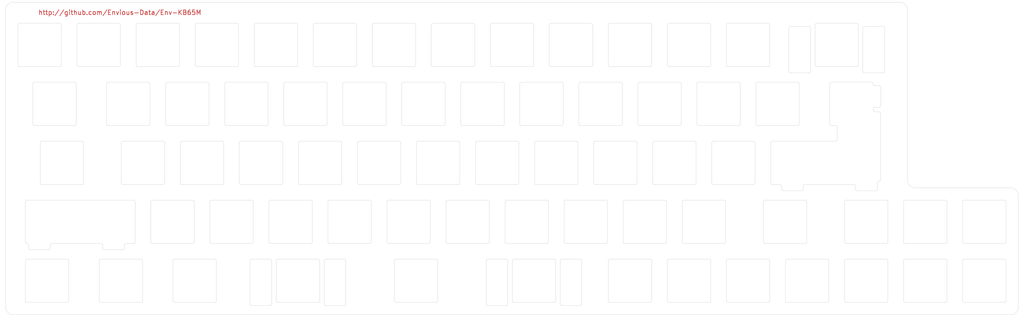
<source format=kicad_pcb>
(kicad_pcb (version 20171130) (host pcbnew "(5.1.9)-1")

  (general
    (thickness 1.6)
    (drawings 665)
    (tracks 0)
    (zones 0)
    (modules 5)
    (nets 1)
  )

  (page A3)
  (layers
    (0 F.Cu signal)
    (31 B.Cu signal)
    (32 B.Adhes user)
    (33 F.Adhes user)
    (34 B.Paste user)
    (35 F.Paste user)
    (36 B.SilkS user)
    (37 F.SilkS user)
    (38 B.Mask user)
    (39 F.Mask user)
    (40 Dwgs.User user)
    (41 Cmts.User user)
    (42 Eco1.User user)
    (43 Eco2.User user)
    (44 Edge.Cuts user)
    (45 Margin user)
    (46 B.CrtYd user)
    (47 F.CrtYd user)
    (48 B.Fab user)
    (49 F.Fab user)
  )

  (setup
    (last_trace_width 0.25)
    (trace_clearance 0.4)
    (zone_clearance 0.508)
    (zone_45_only no)
    (trace_min 0.2)
    (via_size 0.8)
    (via_drill 0.4)
    (via_min_size 0.4)
    (via_min_drill 0.3)
    (uvia_size 0.3)
    (uvia_drill 0.1)
    (uvias_allowed no)
    (uvia_min_size 0.2)
    (uvia_min_drill 0.1)
    (edge_width 0.1)
    (segment_width 0.2)
    (pcb_text_width 0.3)
    (pcb_text_size 1.5 1.5)
    (mod_edge_width 0.15)
    (mod_text_size 1 1)
    (mod_text_width 0.15)
    (pad_size 1.5 1.5)
    (pad_drill 0.6)
    (pad_to_mask_clearance 0)
    (aux_axis_origin 0 0)
    (grid_origin 384.3125 175.15)
    (visible_elements 7FFFFFFF)
    (pcbplotparams
      (layerselection 0x010fc_ffffffff)
      (usegerberextensions true)
      (usegerberattributes false)
      (usegerberadvancedattributes false)
      (creategerberjobfile false)
      (excludeedgelayer true)
      (linewidth 0.100000)
      (plotframeref false)
      (viasonmask false)
      (mode 1)
      (useauxorigin false)
      (hpglpennumber 1)
      (hpglpenspeed 20)
      (hpglpendiameter 15.000000)
      (psnegative false)
      (psa4output false)
      (plotreference true)
      (plotvalue true)
      (plotinvisibletext false)
      (padsonsilk false)
      (subtractmaskfromsilk true)
      (outputformat 1)
      (mirror false)
      (drillshape 0)
      (scaleselection 1)
      (outputdirectory "_gerber/"))
  )

  (net 0 "")

  (net_class Default "This is the default net class."
    (clearance 0.4)
    (trace_width 0.25)
    (via_dia 0.8)
    (via_drill 0.4)
    (uvia_dia 0.3)
    (uvia_drill 0.1)
  )

  (module MountingHole:MountingHole_2.2mm_M2 (layer F.Cu) (tedit 56D1B4CB) (tstamp 60B42828)
    (at 69.00025 101)
    (descr "Mounting Hole 2.2mm, no annular, M2")
    (tags "mounting hole 2.2mm no annular m2")
    (path /60ACBE92)
    (attr virtual)
    (fp_text reference H1 (at 0 -3.2) (layer Dwgs.User)
      (effects (font (size 1 1) (thickness 0.15)))
    )
    (fp_text value MountingHole (at 0 3.2) (layer F.Fab)
      (effects (font (size 1 1) (thickness 0.15)))
    )
    (fp_circle (center 0 0) (end 2.2 0) (layer Cmts.User) (width 0.15))
    (fp_circle (center 0 0) (end 2.45 0) (layer F.CrtYd) (width 0.05))
    (fp_text user %R (at 0.3 0) (layer F.Fab)
      (effects (font (size 1 1) (thickness 0.15)))
    )
    (pad 1 np_thru_hole circle (at 0 0) (size 2.2 2.2) (drill 2.2) (layers *.Cu *.Mask))
  )

  (module MountingHole:MountingHole_2.2mm_M2 (layer F.Cu) (tedit 56D1B4CB) (tstamp 60B42821)
    (at 86.80025 185.22)
    (descr "Mounting Hole 2.2mm, no annular, M2")
    (tags "mounting hole 2.2mm no annular m2")
    (path /60AE412B)
    (attr virtual)
    (fp_text reference H2 (at 0 -3.2) (layer Dwgs.User)
      (effects (font (size 1 1) (thickness 0.15)))
    )
    (fp_text value MountingHole (at 0 3.2) (layer F.Fab)
      (effects (font (size 1 1) (thickness 0.15)))
    )
    (fp_circle (center 0 0) (end 2.2 0) (layer Cmts.User) (width 0.15))
    (fp_circle (center 0 0) (end 2.45 0) (layer F.CrtYd) (width 0.05))
    (fp_text user %R (at 0.3 0) (layer F.Fab)
      (effects (font (size 1 1) (thickness 0.15)))
    )
    (pad 1 np_thru_hole circle (at 0 0) (size 2.2 2.2) (drill 2.2) (layers *.Cu *.Mask))
  )

  (module MountingHole:MountingHole_2.2mm_M2 (layer F.Cu) (tedit 56D1B4CB) (tstamp 60B4281A)
    (at 367.75025 180.5)
    (descr "Mounting Hole 2.2mm, no annular, M2")
    (tags "mounting hole 2.2mm no annular m2")
    (path /60AFC1C3)
    (attr virtual)
    (fp_text reference H3 (at 0 -3.2 180) (layer Dwgs.User)
      (effects (font (size 1 1) (thickness 0.15)))
    )
    (fp_text value MountingHole (at 0 3.2) (layer F.Fab)
      (effects (font (size 1 1) (thickness 0.15)))
    )
    (fp_circle (center 0 0) (end 2.2 0) (layer Cmts.User) (width 0.15))
    (fp_circle (center 0 0) (end 2.45 0) (layer F.CrtYd) (width 0.05))
    (fp_text user %R (at 0.3 0) (layer F.Fab)
      (effects (font (size 1 1) (thickness 0.15)))
    )
    (pad 1 np_thru_hole circle (at 0 0) (size 2.2 2.2) (drill 2.2) (layers *.Cu *.Mask))
  )

  (module MountingHole:MountingHole_2.2mm_M2 (layer F.Cu) (tedit 56D1B4CB) (tstamp 60B42813)
    (at 231.25025 178)
    (descr "Mounting Hole 2.2mm, no annular, M2")
    (tags "mounting hole 2.2mm no annular m2")
    (path /60B2C4B8)
    (attr virtual)
    (fp_text reference H5 (at 0 -3.2) (layer Dwgs.User)
      (effects (font (size 1 1) (thickness 0.15)))
    )
    (fp_text value MountingHole (at 0 3.2) (layer F.Fab)
      (effects (font (size 1 1) (thickness 0.15)))
    )
    (fp_circle (center 0 0) (end 2.2 0) (layer Cmts.User) (width 0.15))
    (fp_circle (center 0 0) (end 2.45 0) (layer F.CrtYd) (width 0.05))
    (fp_text user %R (at 0.3 0) (layer F.Fab)
      (effects (font (size 1 1) (thickness 0.15)))
    )
    (pad 1 np_thru_hole circle (at 0 0) (size 2.2 2.2) (drill 2.2) (layers *.Cu *.Mask))
  )

  (module MountingHole:MountingHole_2.2mm_M2 (layer F.Cu) (tedit 56D1B4CB) (tstamp 60B4280C)
    (at 225.00025 122.5)
    (descr "Mounting Hole 2.2mm, no annular, M2")
    (tags "mounting hole 2.2mm no annular m2")
    (path /60B142B5)
    (attr virtual)
    (fp_text reference H4 (at 0 -3.2) (layer Dwgs.User)
      (effects (font (size 1 1) (thickness 0.15)))
    )
    (fp_text value MountingHole (at 0 3.2) (layer F.Fab)
      (effects (font (size 1 1) (thickness 0.15)))
    )
    (fp_circle (center 0 0) (end 2.2 0) (layer Cmts.User) (width 0.15))
    (fp_circle (center 0 0) (end 2.45 0) (layer F.CrtYd) (width 0.05))
    (fp_text user %R (at 0.3 0) (layer F.Fab)
      (effects (font (size 1 1) (thickness 0.15)))
    )
    (pad 1 np_thru_hole circle (at 0 0) (size 2.2 2.2) (drill 2.2) (layers *.Cu *.Mask))
  )

  (dimension 4 (width 0.12) (layer Dwgs.User)
    (gr_text "4.000 mm" (at 385.4575 196.7 270) (layer Dwgs.User)
      (effects (font (size 1 1) (thickness 0.15)))
    )
    (feature1 (pts (xy 383.2375 198.7) (xy 384.773921 198.7)))
    (feature2 (pts (xy 383.2375 194.7) (xy 384.773921 194.7)))
    (crossbar (pts (xy 384.1875 194.7) (xy 384.1875 198.7)))
    (arrow1a (pts (xy 384.1875 198.7) (xy 383.601079 197.573496)))
    (arrow1b (pts (xy 384.1875 198.7) (xy 384.773921 197.573496)))
    (arrow2a (pts (xy 384.1875 194.7) (xy 383.601079 195.826504)))
    (arrow2b (pts (xy 384.1875 194.7) (xy 384.773921 195.826504)))
  )
  (dimension 4 (width 0.12) (layer Dwgs.User)
    (gr_text "4.000 mm" (at 81.3325 196.7 270) (layer Dwgs.User)
      (effects (font (size 1 1) (thickness 0.15)))
    )
    (feature1 (pts (xy 78.6375 198.7) (xy 80.648921 198.7)))
    (feature2 (pts (xy 78.6375 194.7) (xy 80.648921 194.7)))
    (crossbar (pts (xy 80.0625 194.7) (xy 80.0625 198.7)))
    (arrow1a (pts (xy 80.0625 198.7) (xy 79.476079 197.573496)))
    (arrow1b (pts (xy 80.0625 198.7) (xy 80.648921 197.573496)))
    (arrow2a (pts (xy 80.0625 194.7) (xy 79.476079 195.826504)))
    (arrow2b (pts (xy 80.0625 194.7) (xy 80.648921 195.826504)))
  )
  (dimension 4 (width 0.12) (layer Dwgs.User)
    (gr_text "4.000 mm" (at 63.5125 108.43) (layer Dwgs.User)
      (effects (font (size 1 1) (thickness 0.15)))
    )
    (feature1 (pts (xy 61.5125 110.2) (xy 61.5125 109.113579)))
    (feature2 (pts (xy 65.5125 110.2) (xy 65.5125 109.113579)))
    (crossbar (pts (xy 65.5125 109.7) (xy 61.5125 109.7)))
    (arrow1a (pts (xy 61.5125 109.7) (xy 62.639004 109.113579)))
    (arrow1b (pts (xy 61.5125 109.7) (xy 62.639004 110.286421)))
    (arrow2a (pts (xy 65.5125 109.7) (xy 64.385996 109.113579)))
    (arrow2b (pts (xy 65.5125 109.7) (xy 64.385996 110.286421)))
  )
  (dimension 4 (width 0.12) (layer Dwgs.User)
    (gr_text "4.000 mm" (at 330.4425 102.5 90) (layer Dwgs.User)
      (effects (font (size 1 1) (thickness 0.15)))
    )
    (feature1 (pts (xy 332.8125 100.5) (xy 331.126079 100.5)))
    (feature2 (pts (xy 332.8125 104.5) (xy 331.126079 104.5)))
    (crossbar (pts (xy 331.7125 104.5) (xy 331.7125 100.5)))
    (arrow1a (pts (xy 331.7125 100.5) (xy 332.298921 101.626504)))
    (arrow1b (pts (xy 331.7125 100.5) (xy 331.126079 101.626504)))
    (arrow2a (pts (xy 331.7125 104.5) (xy 332.298921 103.373496)))
    (arrow2b (pts (xy 331.7125 104.5) (xy 331.126079 103.373496)))
  )
  (dimension 4 (width 0.12) (layer Dwgs.User)
    (gr_text "4.000 mm" (at 377.952014 159.65 90) (layer Dwgs.User)
      (effects (font (size 1 1) (thickness 0.15)))
    )
    (feature1 (pts (xy 380.0125 157.65) (xy 378.635593 157.65)))
    (feature2 (pts (xy 380.0125 161.65) (xy 378.635593 161.65)))
    (crossbar (pts (xy 379.222014 161.65) (xy 379.222014 157.65)))
    (arrow1a (pts (xy 379.222014 157.65) (xy 379.808435 158.776504)))
    (arrow1b (pts (xy 379.222014 157.65) (xy 378.635593 158.776504)))
    (arrow2a (pts (xy 379.222014 161.65) (xy 379.808435 160.523496)))
    (arrow2b (pts (xy 379.222014 161.65) (xy 378.635593 160.523496)))
  )
  (dimension 4 (width 0.12) (layer Dwgs.User)
    (gr_text "4.000 mm" (at 386.3125 160.58) (layer Dwgs.User)
      (effects (font (size 1 1) (thickness 0.15)))
    )
    (feature1 (pts (xy 388.3125 162.875) (xy 388.3125 161.263579)))
    (feature2 (pts (xy 384.3125 162.875) (xy 384.3125 161.263579)))
    (crossbar (pts (xy 384.3125 161.85) (xy 388.3125 161.85)))
    (arrow1a (pts (xy 388.3125 161.85) (xy 387.185996 162.436421)))
    (arrow1b (pts (xy 388.3125 161.85) (xy 387.185996 161.263579)))
    (arrow2a (pts (xy 384.3125 161.85) (xy 385.439004 162.436421)))
    (arrow2b (pts (xy 384.3125 161.85) (xy 385.439004 161.263579)))
  )
  (gr_line (start 343.33125 133.07906) (end 341.935 133.07906) (layer Edge.Cuts) (width 0.1) (tstamp 60B423D3))
  (gr_arc (start 341.935 132.57906) (end 341.435 132.57906) (angle -90) (layer Edge.Cuts) (width 0.1) (tstamp 60B423B1))
  (gr_line (start 341.435 132.57906) (end 341.435 132.14106) (layer Edge.Cuts) (width 0.1) (tstamp 60B423B6))
  (gr_line (start 343.38125 131.64) (end 341.935 131.64106) (layer Edge.Cuts) (width 0.1) (tstamp 60B423B2))
  (gr_arc (start 341.935 132.14106) (end 341.935 131.64106) (angle -90) (layer Edge.Cuts) (width 0.1) (tstamp 60B423B4))
  (gr_arc (start 343.38125 131.14) (end 343.38125 131.64) (angle -90) (layer Edge.Cuts) (width 0.1))
  (gr_arc (start 343.33125 133.57906) (end 343.83125 133.57906) (angle -90) (layer Edge.Cuts) (width 0.1))
  (gr_line (start 343.88125 125.137) (end 343.88125 131.14) (layer Edge.Cuts) (width 0.1))
  (gr_line (start 64.5 100.15) (end 64.71125 100.15) (layer Dwgs.User) (width 0.01) (tstamp 60B425A4))
  (gr_arc (start 343.33125 156.013) (end 343.33125 155.513) (angle -90) (layer Edge.Cuts) (width 0.1) (tstamp 60B4246D))
  (gr_line (start 342.83125 158.1033) (end 342.83125 156.013) (layer Edge.Cuts) (width 0.1))
  (gr_line (start 341.435 124.02406) (end 341.435 124.137) (layer Edge.Cuts) (width 0.1))
  (gr_line (start 343.38125 124.637) (end 341.935 124.637) (layer Edge.Cuts) (width 0.1))
  (gr_arc (start 343.33125 155.013) (end 343.33125 155.513) (angle -90) (layer Edge.Cuts) (width 0.1))
  (gr_line (start 68.39375 161.65406) (end 102.825 161.65406) (layer Edge.Cuts) (width 0.1) (tstamp 60B423B7))
  (gr_line (start 343.83125 133.57906) (end 343.83125 155.013) (layer Edge.Cuts) (width 0.1) (tstamp 60B423DD))
  (gr_arc (start 327.935 124.02406) (end 327.935 123.52406) (angle -90) (layer Edge.Cuts) (width 0.1) (tstamp 60B423DB))
  (gr_line (start 319.38332 156.60508) (end 335.2595 156.60506) (layer Edge.Cuts) (width 0.1) (tstamp 60B423D8))
  (gr_line (start 336.2611 158.60368) (end 342.33125 158.6033) (layer Edge.Cuts) (width 0.1) (tstamp 60B423D7))
  (gr_arc (start 69.49575 177.15406) (end 68.99575 177.15406) (angle -90) (layer Edge.Cuts) (width 0.1) (tstamp 60B423D6))
  (gr_arc (start 335.2595 157.10506) (end 335.7595 157.10506) (angle -90) (layer Edge.Cuts) (width 0.1) (tstamp 60B423D5))
  (gr_arc (start 312.38325 158.10406) (end 311.88325 158.10406) (angle -90) (layer Edge.Cuts) (width 0.1) (tstamp 60B423D4))
  (gr_line (start 75.99575 177.15406) (end 75.99575 176.15406) (layer Edge.Cuts) (width 0.1) (tstamp 60B423D1))
  (gr_arc (start 99.37175 177.15406) (end 99.37175 177.65406) (angle -90) (layer Edge.Cuts) (width 0.1) (tstamp 60B423D0))
  (gr_line (start 327.935 123.52406) (end 340.935 123.52406) (layer Edge.Cuts) (width 0.1) (tstamp 60B423CF))
  (gr_line (start 102.825 175.65406) (end 100.37175 175.65406) (layer Edge.Cuts) (width 0.1) (tstamp 60B423CE))
  (gr_line (start 69.49575 177.65406) (end 75.49575 177.65406) (layer Edge.Cuts) (width 0.1) (tstamp 60B423CC))
  (gr_arc (start 340.935 124.02406) (end 341.435 124.02406) (angle -90) (layer Edge.Cuts) (width 0.1) (tstamp 60B423CB))
  (gr_line (start 312.38325 158.60406) (end 318.38325 158.60406) (layer Edge.Cuts) (width 0.1) (tstamp 60B423CA))
  (gr_arc (start 342.33125 158.1033) (end 342.33125 158.6033) (angle -90) (layer Edge.Cuts) (width 0.1) (tstamp 60B423C9))
  (gr_arc (start 68.49575 176.15406) (end 68.99575 176.15406) (angle -90) (layer Edge.Cuts) (width 0.1) (tstamp 60B423C8))
  (gr_arc (start 92.37175 176.15406) (end 92.87175 176.15406) (angle -90) (layer Edge.Cuts) (width 0.1) (tstamp 60B423C7))
  (gr_arc (start 318.38325 158.10406) (end 318.38325 158.60406) (angle -90) (layer Edge.Cuts) (width 0.1) (tstamp 60B423C6))
  (gr_line (start 68.39375 175.65406) (end 68.49575 175.65406) (layer Edge.Cuts) (width 0.1) (tstamp 60B423C5))
  (gr_line (start 99.87175 177.15406) (end 99.87175 176.15406) (layer Edge.Cuts) (width 0.1) (tstamp 60B423C4))
  (gr_arc (start 100.37175 176.15406) (end 100.37175 175.65406) (angle -90) (layer Edge.Cuts) (width 0.1) (tstamp 60B423C3))
  (gr_line (start 92.37175 175.65406) (end 76.49575 175.65406) (layer Edge.Cuts) (width 0.1) (tstamp 60B423C2))
  (gr_line (start 327.4325 137.01406) (end 327.435 124.02406) (layer Edge.Cuts) (width 0.1) (tstamp 60B423C1))
  (gr_line (start 92.87175 176.15406) (end 92.87175 177.15406) (layer Edge.Cuts) (width 0.1) (tstamp 60B423C0))
  (gr_arc (start 75.49575 177.15406) (end 75.49575 177.65406) (angle -90) (layer Edge.Cuts) (width 0.1) (tstamp 60B423BF))
  (gr_arc (start 336.25925 158.10406) (end 335.75925 158.10406) (angle -90) (layer Edge.Cuts) (width 0.1) (tstamp 60B423BE))
  (gr_arc (start 93.37175 177.15406) (end 92.87175 177.15406) (angle -90) (layer Edge.Cuts) (width 0.1) (tstamp 60B423BD))
  (gr_line (start 68.99575 176.15406) (end 68.99575 177.15406) (layer Edge.Cuts) (width 0.1) (tstamp 60B423BC))
  (gr_line (start 93.37175 177.65406) (end 99.37175 177.65406) (layer Edge.Cuts) (width 0.1) (tstamp 60B423BB))
  (gr_arc (start 319.38332 157.10508) (end 319.38332 156.60508) (angle -90) (layer Edge.Cuts) (width 0.1) (tstamp 60B423BA))
  (gr_line (start 335.7595 157.10506) (end 335.7595 158.10406) (layer Edge.Cuts) (width 0.1) (tstamp 60B423B9))
  (gr_arc (start 76.49575 176.15406) (end 76.49575 175.65406) (angle -90) (layer Edge.Cuts) (width 0.1) (tstamp 60B423B8))
  (gr_arc (start 341.935 124.137) (end 341.435 124.137) (angle -90) (layer Edge.Cuts) (width 0.1) (tstamp 60B423B5))
  (gr_arc (start 329.3325 138.01406) (end 329.8325 138.01406) (angle -90) (layer Edge.Cuts) (width 0.1) (tstamp 60B423B0))
  (gr_line (start 311.88325 158.10406) (end 311.88232 157.10508) (layer Edge.Cuts) (width 0.1) (tstamp 60B423AF))
  (gr_arc (start 327.9325 137.01406) (end 327.4325 137.01406) (angle -90) (layer Edge.Cuts) (width 0.1) (tstamp 60B423AE))
  (gr_line (start 329.3325 137.51406) (end 327.9325 137.51406) (layer Edge.Cuts) (width 0.1) (tstamp 60B423AD))
  (gr_arc (start 329.3325 142.10384) (end 329.3325 142.60384) (angle -90) (layer Edge.Cuts) (width 0.1) (tstamp 60B423AC))
  (gr_line (start 329.8325 142.10384) (end 329.8325 138.01406) (layer Edge.Cuts) (width 0.1) (tstamp 60B423AB))
  (gr_arc (start 311.38232 157.10508) (end 311.88232 157.10508) (angle -90) (layer Edge.Cuts) (width 0.1) (tstamp 60B423AA))
  (gr_line (start 318.88325 158.10406) (end 318.88332 157.10508) (layer Edge.Cuts) (width 0.1) (tstamp 60B423A9))
  (gr_arc (start 68.39375 175.15406) (end 67.89375 175.15406) (angle -90) (layer Edge.Cuts) (width 0.1) (tstamp 60B423A7))
  (gr_arc (start 102.825 162.15406) (end 103.325 162.15406) (angle -90) (layer Edge.Cuts) (width 0.1) (tstamp 60B423A6))
  (gr_line (start 308.4 143.10406) (end 308.4 156.10406) (layer Edge.Cuts) (width 0.1) (tstamp 60B423A5))
  (gr_arc (start 308.9 156.10406) (end 308.4 156.10406) (angle -90) (layer Edge.Cuts) (width 0.1) (tstamp 60B423A4))
  (gr_line (start 103.325 162.15406) (end 103.325 175.15406) (layer Edge.Cuts) (width 0.1) (tstamp 60B423A3))
  (gr_arc (start 308.9 143.10406) (end 308.9 142.60406) (angle -90) (layer Edge.Cuts) (width 0.1) (tstamp 60B423A2))
  (gr_line (start 67.89375 162.15406) (end 67.89375 175.15406) (layer Edge.Cuts) (width 0.1) (tstamp 60B423A1))
  (gr_line (start 308.9 156.60406) (end 311.38232 156.60508) (layer Edge.Cuts) (width 0.1) (tstamp 60B423A0))
  (gr_arc (start 102.825 175.15406) (end 102.825 175.65406) (angle -90) (layer Edge.Cuts) (width 0.1) (tstamp 60B4239F))
  (gr_line (start 308.9 142.60406) (end 329.3325 142.60384) (layer Edge.Cuts) (width 0.1) (tstamp 60B4239E))
  (gr_arc (start 68.39375 162.15406) (end 68.39375 161.65406) (angle -90) (layer Edge.Cuts) (width 0.1) (tstamp 60B4239D))
  (gr_text http://github.com/Envious-Data/Env-KB65M (at 72 101) (layer F.Cu)
    (effects (font (size 1.5 1.5) (thickness 0.2)) (justify left))
  )
  (dimension 16.45 (width 0.12) (layer Dwgs.User)
    (gr_text "16.450 mm" (at 364.18 188.725 270) (layer Dwgs.User)
      (effects (font (size 1 1) (thickness 0.15)))
    )
    (feature1 (pts (xy 367.75 196.95) (xy 364.863579 196.95)))
    (feature2 (pts (xy 367.75 180.5) (xy 364.863579 180.5)))
    (crossbar (pts (xy 365.45 180.5) (xy 365.45 196.95)))
    (arrow1a (pts (xy 365.45 196.95) (xy 364.863579 195.823496)))
    (arrow1b (pts (xy 365.45 196.95) (xy 366.036421 195.823496)))
    (arrow2a (pts (xy 365.45 180.5) (xy 364.863579 181.626504)))
    (arrow2b (pts (xy 365.45 180.5) (xy 366.036421 181.626504)))
  )
  (dimension 17.55 (width 0.12) (layer Dwgs.User)
    (gr_text "17.550 mm" (at 376.525 179.03) (layer Dwgs.User)
      (effects (font (size 1 1) (thickness 0.15)))
    )
    (feature1 (pts (xy 385.3 180.5) (xy 385.3 179.713579)))
    (feature2 (pts (xy 367.75 180.5) (xy 367.75 179.713579)))
    (crossbar (pts (xy 367.75 180.3) (xy 385.3 180.3)))
    (arrow1a (pts (xy 385.3 180.3) (xy 384.173496 180.886421)))
    (arrow1b (pts (xy 385.3 180.3) (xy 384.173496 179.713579)))
    (arrow2a (pts (xy 367.75 180.3) (xy 368.876504 180.886421)))
    (arrow2b (pts (xy 367.75 180.3) (xy 368.876504 179.713579)))
  )
  (gr_arc (start 350.025 100.15) (end 352.525 100.15) (angle -90) (layer Edge.Cuts) (width 0.1) (tstamp 60A29CA4))
  (gr_line (start 352.525 155.15) (end 352.525 100.15) (layer Edge.Cuts) (width 0.1))
  (gr_arc (start 355.025 155.15) (end 352.525 155.15) (angle -90) (layer Edge.Cuts) (width 0.1) (tstamp 60A29CA4))
  (gr_line (start 385.8125 157.65) (end 355.025 157.65) (layer Edge.Cuts) (width 0.1) (tstamp 60B44A44))
  (gr_arc (start 385.8125 160.15) (end 388.3125 160.15) (angle -90) (layer Edge.Cuts) (width 0.1) (tstamp 60A29CA4))
  (gr_line (start 384.3125 181.2) (end 384.3125 194.2) (layer Edge.Cuts) (width 0.1))
  (gr_arc (start 351.7625 181.2) (end 351.7625 180.7) (angle -90) (layer Edge.Cuts) (width 0.1))
  (gr_arc (start 364.7625 194.2) (end 364.7625 194.7) (angle -90) (layer Edge.Cuts) (width 0.1))
  (gr_line (start 351.7625 180.7) (end 364.7625 180.7) (layer Edge.Cuts) (width 0.1))
  (gr_arc (start 332.7125 181.2) (end 332.7125 180.7) (angle -90) (layer Edge.Cuts) (width 0.1))
  (gr_arc (start 345.7125 194.2) (end 345.7125 194.7) (angle -90) (layer Edge.Cuts) (width 0.1))
  (gr_arc (start 383.8125 181.2) (end 384.3125 181.2) (angle -90) (layer Edge.Cuts) (width 0.1))
  (gr_arc (start 370.8125 181.2) (end 370.8125 180.7) (angle -90) (layer Edge.Cuts) (width 0.1))
  (gr_line (start 346.2125 181.2) (end 346.2125 194.2) (layer Edge.Cuts) (width 0.1))
  (gr_line (start 351.7625 194.7) (end 364.7625 194.7) (layer Edge.Cuts) (width 0.1))
  (gr_arc (start 383.8125 194.2) (end 383.8125 194.7) (angle -90) (layer Edge.Cuts) (width 0.1))
  (gr_arc (start 364.7625 181.2) (end 365.2625 181.2) (angle -90) (layer Edge.Cuts) (width 0.1))
  (gr_line (start 365.2625 181.2) (end 365.2625 194.2) (layer Edge.Cuts) (width 0.1))
  (gr_line (start 351.2625 181.2) (end 351.2625 194.2) (layer Edge.Cuts) (width 0.1))
  (gr_line (start 370.8125 180.7) (end 383.8125 180.7) (layer Edge.Cuts) (width 0.1))
  (gr_arc (start 370.8125 194.2) (end 370.3125 194.2) (angle -90) (layer Edge.Cuts) (width 0.1))
  (gr_line (start 370.3125 181.2) (end 370.3125 194.2) (layer Edge.Cuts) (width 0.1))
  (gr_arc (start 351.7625 194.2) (end 351.2625 194.2) (angle -90) (layer Edge.Cuts) (width 0.1))
  (gr_arc (start 345.7125 181.2) (end 346.2125 181.2) (angle -90) (layer Edge.Cuts) (width 0.1))
  (gr_line (start 370.8125 194.7) (end 383.8125 194.7) (layer Edge.Cuts) (width 0.1))
  (gr_arc (start 332.7125 194.2) (end 332.2125 194.2) (angle -90) (layer Edge.Cuts) (width 0.1))
  (gr_arc (start 105.20625 181.2) (end 105.70625 181.2) (angle -90) (layer Edge.Cuts) (width 0.1))
  (gr_arc (start 116.01875 181.2) (end 116.01875 180.7) (angle -90) (layer Edge.Cuts) (width 0.1))
  (gr_arc (start 92.20625 181.2) (end 92.20625 180.7) (angle -90) (layer Edge.Cuts) (width 0.1))
  (gr_line (start 67.89375 181.2) (end 67.89375 194.2) (layer Edge.Cuts) (width 0.1))
  (gr_line (start 68.39375 194.7) (end 81.39375 194.7) (layer Edge.Cuts) (width 0.1))
  (gr_arc (start 68.39375 181.2) (end 68.39375 180.7) (angle -90) (layer Edge.Cuts) (width 0.1))
  (gr_arc (start 105.20625 194.2) (end 105.20625 194.7) (angle -90) (layer Edge.Cuts) (width 0.1))
  (gr_line (start 116.01875 194.7) (end 129.01875 194.7) (layer Edge.Cuts) (width 0.1))
  (gr_arc (start 370.8125 162.15) (end 370.8125 161.65) (angle -90) (layer Edge.Cuts) (width 0.1))
  (gr_line (start 116.01875 180.7) (end 129.01875 180.7) (layer Edge.Cuts) (width 0.1))
  (gr_arc (start 81.39375 181.2) (end 81.89375 181.2) (angle -90) (layer Edge.Cuts) (width 0.1))
  (gr_arc (start 370.8125 175.15) (end 370.3125 175.15) (angle -90) (layer Edge.Cuts) (width 0.1))
  (gr_line (start 129.51875 181.2) (end 129.51875 194.2) (layer Edge.Cuts) (width 0.1))
  (gr_line (start 115.51875 181.2) (end 115.51875 194.2) (layer Edge.Cuts) (width 0.1))
  (gr_line (start 92.20625 194.7) (end 105.20625 194.7) (layer Edge.Cuts) (width 0.1))
  (gr_arc (start 92.20625 194.2) (end 91.70625 194.2) (angle -90) (layer Edge.Cuts) (width 0.1))
  (gr_line (start 105.70625 181.2) (end 105.70625 194.2) (layer Edge.Cuts) (width 0.1))
  (gr_line (start 92.20625 180.7) (end 105.20625 180.7) (layer Edge.Cuts) (width 0.1))
  (gr_arc (start 81.39375 194.2) (end 81.39375 194.7) (angle -90) (layer Edge.Cuts) (width 0.1))
  (gr_arc (start 68.39375 194.2) (end 67.89375 194.2) (angle -90) (layer Edge.Cuts) (width 0.1))
  (gr_line (start 68.39375 180.7) (end 81.39375 180.7) (layer Edge.Cuts) (width 0.1))
  (gr_line (start 81.89375 181.2) (end 81.89375 194.2) (layer Edge.Cuts) (width 0.1))
  (gr_line (start 384.3125 162.15) (end 384.3125 175.15) (layer Edge.Cuts) (width 0.1))
  (gr_arc (start 116.01875 194.2) (end 115.51875 194.2) (angle -90) (layer Edge.Cuts) (width 0.1))
  (gr_line (start 91.70625 181.2) (end 91.70625 194.2) (layer Edge.Cuts) (width 0.1))
  (gr_arc (start 129.01875 181.2) (end 129.51875 181.2) (angle -90) (layer Edge.Cuts) (width 0.1))
  (gr_arc (start 383.8125 175.15) (end 383.8125 175.65) (angle -90) (layer Edge.Cuts) (width 0.1))
  (gr_arc (start 383.8125 162.15) (end 384.3125 162.15) (angle -90) (layer Edge.Cuts) (width 0.1))
  (gr_arc (start 261.275 162.15) (end 261.275 161.65) (angle -90) (layer Edge.Cuts) (width 0.1))
  (gr_arc (start 293.325 162.15) (end 293.825 162.15) (angle -90) (layer Edge.Cuts) (width 0.1))
  (gr_line (start 274.775 162.15) (end 274.775 175.15) (layer Edge.Cuts) (width 0.1))
  (gr_arc (start 332.7125 175.15) (end 332.2125 175.15) (angle -90) (layer Edge.Cuts) (width 0.1))
  (gr_arc (start 345.7125 162.15) (end 346.2125 162.15) (angle -90) (layer Edge.Cuts) (width 0.1))
  (gr_arc (start 306.51875 162.15) (end 306.51875 161.65) (angle -90) (layer Edge.Cuts) (width 0.1))
  (gr_line (start 280.325 175.65) (end 293.325 175.65) (layer Edge.Cuts) (width 0.1))
  (gr_line (start 280.325 161.65) (end 293.325 161.65) (layer Edge.Cuts) (width 0.1))
  (gr_line (start 346.2125 162.15) (end 346.2125 175.15) (layer Edge.Cuts) (width 0.1))
  (gr_line (start 217.625 162.15) (end 217.625 175.15) (layer Edge.Cuts) (width 0.1))
  (gr_line (start 332.7125 175.65) (end 345.7125 175.65) (layer Edge.Cuts) (width 0.1))
  (gr_line (start 236.675 162.15) (end 236.675 175.15) (layer Edge.Cuts) (width 0.1))
  (gr_line (start 320.01875 162.15) (end 320.01875 175.15) (layer Edge.Cuts) (width 0.1))
  (gr_line (start 279.825 162.15) (end 279.825 175.15) (layer Edge.Cuts) (width 0.1))
  (gr_arc (start 274.275 162.15) (end 274.775 162.15) (angle -90) (layer Edge.Cuts) (width 0.1))
  (gr_arc (start 217.125 162.15) (end 217.625 162.15) (angle -90) (layer Edge.Cuts) (width 0.1))
  (gr_arc (start 293.325 175.15) (end 293.325 175.65) (angle -90) (layer Edge.Cuts) (width 0.1))
  (gr_arc (start 242.225 162.15) (end 242.225 161.65) (angle -90) (layer Edge.Cuts) (width 0.1))
  (gr_arc (start 204.125 162.15) (end 204.125 161.65) (angle -90) (layer Edge.Cuts) (width 0.1))
  (gr_line (start 255.725 162.15) (end 255.725 175.15) (layer Edge.Cuts) (width 0.1))
  (gr_arc (start 223.175 175.15) (end 222.675 175.15) (angle -90) (layer Edge.Cuts) (width 0.1))
  (gr_line (start 351.7625 175.65) (end 364.7625 175.65) (layer Edge.Cuts) (width 0.1))
  (gr_line (start 261.275 161.65) (end 274.275 161.65) (layer Edge.Cuts) (width 0.1))
  (gr_arc (start 217.125 175.15) (end 217.125 175.65) (angle -90) (layer Edge.Cuts) (width 0.1))
  (gr_line (start 365.2625 162.15) (end 365.2625 175.15) (layer Edge.Cuts) (width 0.1))
  (gr_line (start 306.01875 162.15) (end 306.01875 175.15) (layer Edge.Cuts) (width 0.1))
  (gr_line (start 351.2625 162.15) (end 351.2625 175.15) (layer Edge.Cuts) (width 0.1))
  (gr_arc (start 255.225 162.15) (end 255.725 162.15) (angle -90) (layer Edge.Cuts) (width 0.1))
  (gr_line (start 293.825 162.15) (end 293.825 175.15) (layer Edge.Cuts) (width 0.1))
  (gr_arc (start 274.275 175.15) (end 274.275 175.65) (angle -90) (layer Edge.Cuts) (width 0.1))
  (gr_line (start 260.775 162.15) (end 260.775 175.15) (layer Edge.Cuts) (width 0.1))
  (gr_arc (start 255.225 175.15) (end 255.225 175.65) (angle -90) (layer Edge.Cuts) (width 0.1))
  (gr_line (start 241.725 162.15) (end 241.725 175.15) (layer Edge.Cuts) (width 0.1))
  (gr_line (start 261.275 175.65) (end 274.275 175.65) (layer Edge.Cuts) (width 0.1))
  (gr_arc (start 319.51875 175.15) (end 319.51875 175.65) (angle -90) (layer Edge.Cuts) (width 0.1))
  (gr_arc (start 204.125 175.15) (end 203.625 175.15) (angle -90) (layer Edge.Cuts) (width 0.1))
  (gr_arc (start 242.225 175.15) (end 241.725 175.15) (angle -90) (layer Edge.Cuts) (width 0.1))
  (gr_line (start 370.3125 162.15) (end 370.3125 175.15) (layer Edge.Cuts) (width 0.1))
  (gr_line (start 370.8125 175.65) (end 383.8125 175.65) (layer Edge.Cuts) (width 0.1))
  (gr_line (start 370.8125 161.65) (end 383.8125 161.65) (layer Edge.Cuts) (width 0.1))
  (gr_arc (start 364.7625 175.15) (end 364.7625 175.65) (angle -90) (layer Edge.Cuts) (width 0.1))
  (gr_arc (start 351.7625 175.15) (end 351.2625 175.15) (angle -90) (layer Edge.Cuts) (width 0.1))
  (gr_arc (start 306.51875 175.15) (end 306.01875 175.15) (angle -90) (layer Edge.Cuts) (width 0.1))
  (gr_line (start 332.2125 162.15) (end 332.2125 175.15) (layer Edge.Cuts) (width 0.1))
  (gr_arc (start 280.325 162.15) (end 280.325 161.65) (angle -90) (layer Edge.Cuts) (width 0.1))
  (gr_arc (start 364.7625 162.15) (end 365.2625 162.15) (angle -90) (layer Edge.Cuts) (width 0.1))
  (gr_line (start 242.225 175.65) (end 255.225 175.65) (layer Edge.Cuts) (width 0.1))
  (gr_arc (start 261.275 175.15) (end 260.775 175.15) (angle -90) (layer Edge.Cuts) (width 0.1))
  (gr_line (start 222.675 162.15) (end 222.675 175.15) (layer Edge.Cuts) (width 0.1))
  (gr_arc (start 351.7625 162.15) (end 351.7625 161.65) (angle -90) (layer Edge.Cuts) (width 0.1))
  (gr_line (start 242.225 161.65) (end 255.225 161.65) (layer Edge.Cuts) (width 0.1))
  (gr_arc (start 280.325 175.15) (end 279.825 175.15) (angle -90) (layer Edge.Cuts) (width 0.1))
  (gr_line (start 223.175 161.65) (end 236.175 161.65) (layer Edge.Cuts) (width 0.1))
  (gr_line (start 351.7625 161.65) (end 364.7625 161.65) (layer Edge.Cuts) (width 0.1))
  (gr_line (start 332.7125 161.65) (end 345.7125 161.65) (layer Edge.Cuts) (width 0.1))
  (gr_arc (start 319.51875 162.15) (end 320.01875 162.15) (angle -90) (layer Edge.Cuts) (width 0.1))
  (gr_arc (start 223.175 162.15) (end 223.175 161.65) (angle -90) (layer Edge.Cuts) (width 0.1))
  (gr_line (start 306.51875 161.65) (end 319.51875 161.65) (layer Edge.Cuts) (width 0.1))
  (gr_line (start 223.175 175.65) (end 236.175 175.65) (layer Edge.Cuts) (width 0.1))
  (gr_arc (start 236.175 175.15) (end 236.175 175.65) (angle -90) (layer Edge.Cuts) (width 0.1))
  (gr_arc (start 345.7125 175.15) (end 345.7125 175.65) (angle -90) (layer Edge.Cuts) (width 0.1))
  (gr_arc (start 332.7125 162.15) (end 332.7125 161.65) (angle -90) (layer Edge.Cuts) (width 0.1))
  (gr_line (start 306.51875 175.65) (end 319.51875 175.65) (layer Edge.Cuts) (width 0.1))
  (gr_arc (start 236.175 162.15) (end 236.675 162.15) (angle -90) (layer Edge.Cuts) (width 0.1))
  (gr_line (start 108.0875 124.05) (end 108.0875 137.05) (layer Edge.Cuts) (width 0.1))
  (gr_line (start 94.0875 124.05) (end 94.0875 137.05) (layer Edge.Cuts) (width 0.1))
  (gr_line (start 70.275 124.05) (end 70.275 137.05) (layer Edge.Cuts) (width 0.1))
  (gr_line (start 70.775 123.55) (end 83.775 123.55) (layer Edge.Cuts) (width 0.1))
  (gr_arc (start 83.775 137.05) (end 83.775 137.55) (angle -90) (layer Edge.Cuts) (width 0.1))
  (gr_arc (start 70.775 137.05) (end 70.275 137.05) (angle -90) (layer Edge.Cuts) (width 0.1))
  (gr_arc (start 83.775 124.05) (end 84.275 124.05) (angle -90) (layer Edge.Cuts) (width 0.1))
  (gr_arc (start 70.775 124.05) (end 70.775 123.55) (angle -90) (layer Edge.Cuts) (width 0.1))
  (gr_arc (start 320.7495 120) (end 320.7495 120.5) (angle -90) (layer Edge.Cuts) (width 0.1))
  (gr_line (start 314.7495 120.5) (end 320.7495 120.5) (layer Edge.Cuts) (width 0.1))
  (gr_line (start 314.7495 105.5) (end 320.7495 105.5) (layer Edge.Cuts) (width 0.1))
  (gr_arc (start 314.7495 106) (end 314.7495 105.5) (angle -90) (layer Edge.Cuts) (width 0.1))
  (gr_line (start 94.5875 123.55) (end 107.5875 123.55) (layer Edge.Cuts) (width 0.1))
  (gr_line (start 84.275 124.05) (end 84.275 137.05) (layer Edge.Cuts) (width 0.1))
  (gr_line (start 314.2495 106) (end 314.2495 120) (layer Edge.Cuts) (width 0.1))
  (gr_line (start 321.2495 106) (end 321.2495 120) (layer Edge.Cuts) (width 0.1))
  (gr_arc (start 94.5875 137.05) (end 94.0875 137.05) (angle -90) (layer Edge.Cuts) (width 0.1))
  (gr_arc (start 320.7495 106) (end 321.2495 106) (angle -90) (layer Edge.Cuts) (width 0.1))
  (gr_line (start 70.775 137.55) (end 83.775 137.55) (layer Edge.Cuts) (width 0.1))
  (gr_line (start 94.5875 137.55) (end 107.5875 137.55) (layer Edge.Cuts) (width 0.1))
  (gr_arc (start 107.5875 124.05) (end 108.0875 124.05) (angle -90) (layer Edge.Cuts) (width 0.1))
  (gr_arc (start 314.7495 120) (end 314.2495 120) (angle -90) (layer Edge.Cuts) (width 0.1))
  (gr_arc (start 94.5875 124.05) (end 94.5875 123.55) (angle -90) (layer Edge.Cuts) (width 0.1))
  (gr_line (start 122.6625 105) (end 122.6625 117.999999) (layer Edge.Cuts) (width 0.1))
  (gr_arc (start 117.1125 117.999999) (end 117.1125 118.499999) (angle -90) (layer Edge.Cuts) (width 0.1))
  (gr_line (start 104.1125 104.5) (end 117.1125 104.5) (layer Edge.Cuts) (width 0.1))
  (gr_arc (start 66.0125 117.999999) (end 65.5125 117.999999) (angle -90) (layer Edge.Cuts) (width 0.1))
  (gr_line (start 117.6125 105) (end 117.6125 117.999999) (layer Edge.Cuts) (width 0.1))
  (gr_line (start 136.6625 105) (end 136.6625 117.999999) (layer Edge.Cuts) (width 0.1))
  (gr_arc (start 104.1125 117.999999) (end 103.6125 117.999999) (angle -90) (layer Edge.Cuts) (width 0.1))
  (gr_line (start 84.5625 105) (end 84.5625 117.999999) (layer Edge.Cuts) (width 0.1))
  (gr_arc (start 117.1125 105) (end 117.6125 105) (angle -90) (layer Edge.Cuts) (width 0.1))
  (gr_arc (start 85.0625 105) (end 85.0625 104.5) (angle -90) (layer Edge.Cuts) (width 0.1))
  (gr_line (start 85.0625 118.499999) (end 98.0625 118.499999) (layer Edge.Cuts) (width 0.1))
  (gr_arc (start 79.012499 105) (end 79.512499 105) (angle -90) (layer Edge.Cuts) (width 0.1))
  (gr_arc (start 79.012499 117.999999) (end 79.012499 118.499999) (angle -90) (layer Edge.Cuts) (width 0.1))
  (gr_line (start 123.1625 118.499999) (end 136.1625 118.499999) (layer Edge.Cuts) (width 0.1))
  (gr_line (start 123.1625 104.5) (end 136.1625 104.5) (layer Edge.Cuts) (width 0.1))
  (gr_arc (start 98.0625 117.999999) (end 98.0625 118.499999) (angle -90) (layer Edge.Cuts) (width 0.1))
  (gr_arc (start 104.1125 105) (end 104.1125 104.5) (angle -90) (layer Edge.Cuts) (width 0.1))
  (gr_line (start 104.1125 118.499999) (end 117.1125 118.499999) (layer Edge.Cuts) (width 0.1))
  (gr_arc (start 85.0625 117.999999) (end 84.5625 117.999999) (angle -90) (layer Edge.Cuts) (width 0.1))
  (gr_line (start 85.0625 104.5) (end 98.0625 104.5) (layer Edge.Cuts) (width 0.1))
  (gr_line (start 103.6125 105) (end 103.6125 117.999999) (layer Edge.Cuts) (width 0.1))
  (gr_arc (start 98.0625 105) (end 98.5625 105) (angle -90) (layer Edge.Cuts) (width 0.1))
  (gr_line (start 98.5625 105) (end 98.5625 117.999999) (layer Edge.Cuts) (width 0.1))
  (gr_arc (start 164.79425 195.2) (end 164.29425 195.2) (angle -90) (layer Edge.Cuts) (width 0.1))
  (gr_arc (start 164.79425 181.2) (end 164.79425 180.7) (angle -90) (layer Edge.Cuts) (width 0.1))
  (gr_arc (start 162.35625 181.2) (end 162.85625 181.2) (angle -90) (layer Edge.Cuts) (width 0.1))
  (gr_line (start 164.79425 180.7) (end 170.79425 180.7) (layer Edge.Cuts) (width 0.1))
  (gr_line (start 149.35625 194.7) (end 162.35625 194.7) (layer Edge.Cuts) (width 0.1))
  (gr_line (start 149.35625 180.7) (end 162.35625 180.7) (layer Edge.Cuts) (width 0.1))
  (gr_arc (start 170.79425 181.2) (end 171.29425 181.2) (angle -90) (layer Edge.Cuts) (width 0.1))
  (gr_line (start 140.86825 180.7) (end 146.86825 180.7) (layer Edge.Cuts) (width 0.1))
  (gr_line (start 148.85625 181.2) (end 148.85625 194.2) (layer Edge.Cuts) (width 0.1))
  (gr_arc (start 170.79425 195.2) (end 170.79425 195.7) (angle -90) (layer Edge.Cuts) (width 0.1))
  (gr_arc (start 149.35625 194.2) (end 148.85625 194.2) (angle -90) (layer Edge.Cuts) (width 0.1))
  (gr_arc (start 149.35625 181.2) (end 149.35625 180.7) (angle -90) (layer Edge.Cuts) (width 0.1))
  (gr_line (start 162.85625 181.2) (end 162.85625 194.2) (layer Edge.Cuts) (width 0.1))
  (gr_line (start 164.79425 195.7) (end 170.79425 195.7) (layer Edge.Cuts) (width 0.1))
  (gr_line (start 186.95625 181.2) (end 186.95625 194.2) (layer Edge.Cuts) (width 0.1))
  (gr_line (start 187.45625 180.7) (end 200.45625 180.7) (layer Edge.Cuts) (width 0.1))
  (gr_line (start 187.45625 194.7) (end 200.45625 194.7) (layer Edge.Cuts) (width 0.1))
  (gr_arc (start 146.86825 195.2) (end 146.86825 195.7) (angle -90) (layer Edge.Cuts) (width 0.1))
  (gr_line (start 147.36825 181.2) (end 147.36825 195.2) (layer Edge.Cuts) (width 0.1))
  (gr_line (start 140.86825 195.7) (end 146.86825 195.7) (layer Edge.Cuts) (width 0.1))
  (gr_line (start 171.29425 181.2) (end 171.29425 195.2) (layer Edge.Cuts) (width 0.1))
  (gr_arc (start 146.86825 181.2) (end 147.36825 181.2) (angle -90) (layer Edge.Cuts) (width 0.1))
  (gr_arc (start 162.35625 194.2) (end 162.35625 194.7) (angle -90) (layer Edge.Cuts) (width 0.1))
  (gr_line (start 140.36825 181.2) (end 140.36825 195.2) (layer Edge.Cuts) (width 0.1))
  (gr_arc (start 140.86825 195.2) (end 140.36825 195.2) (angle -90) (layer Edge.Cuts) (width 0.1))
  (gr_arc (start 140.86825 181.2) (end 140.86825 180.7) (angle -90) (layer Edge.Cuts) (width 0.1))
  (gr_line (start 164.29425 181.2) (end 164.29425 195.2) (layer Edge.Cuts) (width 0.1))
  (gr_arc (start 129.01875 194.2) (end 129.01875 194.7) (angle -90) (layer Edge.Cuts) (width 0.1))
  (gr_line (start 327.1625 181.2) (end 327.1625 194.2) (layer Edge.Cuts) (width 0.1))
  (gr_line (start 313.6625 180.7) (end 326.6625 180.7) (layer Edge.Cuts) (width 0.1))
  (gr_arc (start 246.94425 195.2) (end 246.94425 195.7) (angle -90) (layer Edge.Cuts) (width 0.1))
  (gr_arc (start 225.55625 181.2) (end 225.55625 180.7) (angle -90) (layer Edge.Cuts) (width 0.1))
  (gr_arc (start 223.06825 195.2) (end 223.06825 195.7) (angle -90) (layer Edge.Cuts) (width 0.1))
  (gr_arc (start 294.6125 181.2) (end 294.6125 180.7) (angle -90) (layer Edge.Cuts) (width 0.1))
  (gr_line (start 216.56825 181.2) (end 216.56825 195.2) (layer Edge.Cuts) (width 0.1))
  (gr_line (start 247.44425 181.2) (end 247.44425 195.2) (layer Edge.Cuts) (width 0.1))
  (gr_line (start 308.1125 181.2) (end 308.1125 194.2) (layer Edge.Cuts) (width 0.1))
  (gr_line (start 275.5625 180.7) (end 288.5625 180.7) (layer Edge.Cuts) (width 0.1))
  (gr_line (start 294.6125 194.7) (end 307.6125 194.7) (layer Edge.Cuts) (width 0.1))
  (gr_line (start 294.6125 180.7) (end 307.6125 180.7) (layer Edge.Cuts) (width 0.1))
  (gr_arc (start 288.5625 181.2) (end 289.0625 181.2) (angle -90) (layer Edge.Cuts) (width 0.1))
  (gr_line (start 289.0625 181.2) (end 289.0625 194.2) (layer Edge.Cuts) (width 0.1))
  (gr_arc (start 269.5125 181.2) (end 270.0125 181.2) (angle -90) (layer Edge.Cuts) (width 0.1))
  (gr_arc (start 256.5125 181.2) (end 256.5125 180.7) (angle -90) (layer Edge.Cuts) (width 0.1))
  (gr_line (start 270.0125 181.2) (end 270.0125 194.2) (layer Edge.Cuts) (width 0.1))
  (gr_line (start 256.5125 194.7) (end 269.5125 194.7) (layer Edge.Cuts) (width 0.1))
  (gr_line (start 240.94425 180.7) (end 246.94425 180.7) (layer Edge.Cuts) (width 0.1))
  (gr_arc (start 200.45625 181.2) (end 200.95625 181.2) (angle -90) (layer Edge.Cuts) (width 0.1))
  (gr_arc (start 187.45625 181.2) (end 187.45625 180.7) (angle -90) (layer Edge.Cuts) (width 0.1))
  (gr_line (start 256.5125 180.7) (end 269.5125 180.7) (layer Edge.Cuts) (width 0.1))
  (gr_arc (start 223.06825 181.2) (end 223.56825 181.2) (angle -90) (layer Edge.Cuts) (width 0.1))
  (gr_arc (start 217.06825 181.2) (end 217.06825 180.7) (angle -90) (layer Edge.Cuts) (width 0.1))
  (gr_line (start 217.06825 180.7) (end 223.06825 180.7) (layer Edge.Cuts) (width 0.1))
  (gr_line (start 223.56825 181.2) (end 223.56825 195.2) (layer Edge.Cuts) (width 0.1))
  (gr_line (start 217.06825 195.7) (end 223.06825 195.7) (layer Edge.Cuts) (width 0.1))
  (gr_arc (start 187.45625 194.2) (end 186.95625 194.2) (angle -90) (layer Edge.Cuts) (width 0.1))
  (gr_arc (start 240.94425 181.2) (end 240.94425 180.7) (angle -90) (layer Edge.Cuts) (width 0.1))
  (gr_arc (start 240.94425 195.2) (end 240.44425 195.2) (angle -90) (layer Edge.Cuts) (width 0.1))
  (gr_line (start 256.0125 181.2) (end 256.0125 194.2) (layer Edge.Cuts) (width 0.1))
  (gr_line (start 225.55625 180.7) (end 238.55625 180.7) (layer Edge.Cuts) (width 0.1))
  (gr_line (start 200.95625 181.2) (end 200.95625 194.2) (layer Edge.Cuts) (width 0.1))
  (gr_arc (start 217.06825 195.2) (end 216.56825 195.2) (angle -90) (layer Edge.Cuts) (width 0.1))
  (gr_line (start 240.94425 195.7) (end 246.94425 195.7) (layer Edge.Cuts) (width 0.1))
  (gr_arc (start 269.5125 194.2) (end 269.5125 194.7) (angle -90) (layer Edge.Cuts) (width 0.1))
  (gr_arc (start 200.45625 194.2) (end 200.45625 194.7) (angle -90) (layer Edge.Cuts) (width 0.1))
  (gr_line (start 332.2125 181.2) (end 332.2125 194.2) (layer Edge.Cuts) (width 0.1))
  (gr_line (start 332.7125 194.7) (end 345.7125 194.7) (layer Edge.Cuts) (width 0.1))
  (gr_line (start 225.05625 181.2) (end 225.05625 194.2) (layer Edge.Cuts) (width 0.1))
  (gr_line (start 332.7125 180.7) (end 345.7125 180.7) (layer Edge.Cuts) (width 0.1))
  (gr_arc (start 326.6625 194.2) (end 326.6625 194.7) (angle -90) (layer Edge.Cuts) (width 0.1))
  (gr_arc (start 313.6625 194.2) (end 313.1625 194.2) (angle -90) (layer Edge.Cuts) (width 0.1))
  (gr_line (start 240.44425 181.2) (end 240.44425 195.2) (layer Edge.Cuts) (width 0.1))
  (gr_arc (start 326.6625 181.2) (end 327.1625 181.2) (angle -90) (layer Edge.Cuts) (width 0.1))
  (gr_line (start 313.1625 181.2) (end 313.1625 194.2) (layer Edge.Cuts) (width 0.1))
  (gr_arc (start 307.6125 194.2) (end 307.6125 194.7) (angle -90) (layer Edge.Cuts) (width 0.1))
  (gr_line (start 239.05625 181.2) (end 239.05625 194.2) (layer Edge.Cuts) (width 0.1))
  (gr_arc (start 294.6125 194.2) (end 294.1125 194.2) (angle -90) (layer Edge.Cuts) (width 0.1))
  (gr_arc (start 307.6125 181.2) (end 308.1125 181.2) (angle -90) (layer Edge.Cuts) (width 0.1))
  (gr_arc (start 288.5625 194.2) (end 288.5625 194.7) (angle -90) (layer Edge.Cuts) (width 0.1))
  (gr_line (start 275.0625 181.2) (end 275.0625 194.2) (layer Edge.Cuts) (width 0.1))
  (gr_arc (start 246.94425 181.2) (end 247.44425 181.2) (angle -90) (layer Edge.Cuts) (width 0.1))
  (gr_line (start 294.1125 181.2) (end 294.1125 194.2) (layer Edge.Cuts) (width 0.1))
  (gr_arc (start 256.5125 194.2) (end 256.0125 194.2) (angle -90) (layer Edge.Cuts) (width 0.1))
  (gr_arc (start 238.55625 181.2) (end 239.05625 181.2) (angle -90) (layer Edge.Cuts) (width 0.1))
  (gr_line (start 225.55625 194.7) (end 238.55625 194.7) (layer Edge.Cuts) (width 0.1))
  (gr_line (start 313.6625 194.7) (end 326.6625 194.7) (layer Edge.Cuts) (width 0.1))
  (gr_arc (start 225.55625 194.2) (end 225.05625 194.2) (angle -90) (layer Edge.Cuts) (width 0.1))
  (gr_line (start 275.5625 194.7) (end 288.5625 194.7) (layer Edge.Cuts) (width 0.1))
  (gr_arc (start 238.55625 194.2) (end 238.55625 194.7) (angle -90) (layer Edge.Cuts) (width 0.1))
  (gr_arc (start 313.6625 181.2) (end 313.6625 180.7) (angle -90) (layer Edge.Cuts) (width 0.1))
  (gr_arc (start 275.5625 194.2) (end 275.0625 194.2) (angle -90) (layer Edge.Cuts) (width 0.1))
  (gr_arc (start 275.5625 181.2) (end 275.5625 180.7) (angle -90) (layer Edge.Cuts) (width 0.1))
  (gr_line (start 208.8875 123.55) (end 221.8875 123.55) (layer Edge.Cuts) (width 0.1))
  (gr_arc (start 202.8375 137.05) (end 202.8375 137.55) (angle -90) (layer Edge.Cuts) (width 0.1))
  (gr_arc (start 151.7375 124.05) (end 151.7375 123.55) (angle -90) (layer Edge.Cuts) (width 0.1))
  (gr_arc (start 113.6375 137.05) (end 113.1375 137.05) (angle -90) (layer Edge.Cuts) (width 0.1))
  (gr_line (start 189.3375 124.05) (end 189.3375 137.05) (layer Edge.Cuts) (width 0.1))
  (gr_line (start 184.2875 124.05) (end 184.2875 137.05) (layer Edge.Cuts) (width 0.1))
  (gr_arc (start 189.8375 137.05) (end 189.3375 137.05) (angle -90) (layer Edge.Cuts) (width 0.1))
  (gr_arc (start 202.8375 124.05) (end 203.3375 124.05) (angle -90) (layer Edge.Cuts) (width 0.1))
  (gr_arc (start 113.6375 124.05) (end 113.6375 123.55) (angle -90) (layer Edge.Cuts) (width 0.1))
  (gr_arc (start 189.8375 124.05) (end 189.8375 123.55) (angle -90) (layer Edge.Cuts) (width 0.1))
  (gr_line (start 132.6875 123.55) (end 145.6875 123.55) (layer Edge.Cuts) (width 0.1))
  (gr_line (start 203.3375 124.05) (end 203.3375 137.05) (layer Edge.Cuts) (width 0.1))
  (gr_line (start 189.8375 137.55) (end 202.8375 137.55) (layer Edge.Cuts) (width 0.1))
  (gr_line (start 170.7875 123.55) (end 183.7875 123.55) (layer Edge.Cuts) (width 0.1))
  (gr_arc (start 145.6875 124.05) (end 146.1875 124.05) (angle -90) (layer Edge.Cuts) (width 0.1))
  (gr_arc (start 132.6875 124.05) (end 132.6875 123.55) (angle -90) (layer Edge.Cuts) (width 0.1))
  (gr_line (start 113.6375 123.55) (end 126.6375 123.55) (layer Edge.Cuts) (width 0.1))
  (gr_line (start 189.8375 123.55) (end 202.8375 123.55) (layer Edge.Cuts) (width 0.1))
  (gr_arc (start 170.7875 137.05) (end 170.2875 137.05) (angle -90) (layer Edge.Cuts) (width 0.1))
  (gr_arc (start 170.7875 124.05) (end 170.7875 123.55) (angle -90) (layer Edge.Cuts) (width 0.1))
  (gr_arc (start 132.6875 137.05) (end 132.1875 137.05) (angle -90) (layer Edge.Cuts) (width 0.1))
  (gr_arc (start 126.6375 137.05) (end 126.6375 137.55) (angle -90) (layer Edge.Cuts) (width 0.1))
  (gr_line (start 151.7375 123.55) (end 164.7375 123.55) (layer Edge.Cuts) (width 0.1))
  (gr_line (start 146.1875 124.05) (end 146.1875 137.05) (layer Edge.Cuts) (width 0.1))
  (gr_line (start 170.7875 137.55) (end 183.7875 137.55) (layer Edge.Cuts) (width 0.1))
  (gr_arc (start 107.5875 137.05) (end 107.5875 137.55) (angle -90) (layer Edge.Cuts) (width 0.1))
  (gr_arc (start 145.6875 137.05) (end 145.6875 137.55) (angle -90) (layer Edge.Cuts) (width 0.1))
  (gr_arc (start 208.8875 124.05) (end 208.8875 123.55) (angle -90) (layer Edge.Cuts) (width 0.1))
  (gr_line (start 151.2375 124.05) (end 151.2375 137.05) (layer Edge.Cuts) (width 0.1))
  (gr_line (start 222.3875 124.05) (end 222.3875 137.05) (layer Edge.Cuts) (width 0.1))
  (gr_arc (start 183.7875 137.05) (end 183.7875 137.55) (angle -90) (layer Edge.Cuts) (width 0.1))
  (gr_line (start 170.2875 124.05) (end 170.2875 137.05) (layer Edge.Cuts) (width 0.1))
  (gr_line (start 165.2375 124.05) (end 165.2375 137.05) (layer Edge.Cuts) (width 0.1))
  (gr_line (start 132.1875 124.05) (end 132.1875 137.05) (layer Edge.Cuts) (width 0.1))
  (gr_line (start 127.1375 124.05) (end 127.1375 137.05) (layer Edge.Cuts) (width 0.1))
  (gr_arc (start 183.7875 124.05) (end 184.2875 124.05) (angle -90) (layer Edge.Cuts) (width 0.1))
  (gr_arc (start 164.7375 124.05) (end 165.2375 124.05) (angle -90) (layer Edge.Cuts) (width 0.1))
  (gr_line (start 113.6375 137.55) (end 126.6375 137.55) (layer Edge.Cuts) (width 0.1))
  (gr_line (start 132.6875 137.55) (end 145.6875 137.55) (layer Edge.Cuts) (width 0.1))
  (gr_line (start 151.7375 137.55) (end 164.7375 137.55) (layer Edge.Cuts) (width 0.1))
  (gr_arc (start 126.6375 124.05) (end 127.1375 124.05) (angle -90) (layer Edge.Cuts) (width 0.1))
  (gr_arc (start 151.7375 137.05) (end 151.2375 137.05) (angle -90) (layer Edge.Cuts) (width 0.1))
  (gr_line (start 113.1375 124.05) (end 113.1375 137.05) (layer Edge.Cuts) (width 0.1))
  (gr_arc (start 164.7375 137.05) (end 164.7375 137.55) (angle -90) (layer Edge.Cuts) (width 0.1))
  (gr_line (start 208.3875 124.05) (end 208.3875 137.05) (layer Edge.Cuts) (width 0.1))
  (gr_line (start 208.8875 137.55) (end 221.8875 137.55) (layer Edge.Cuts) (width 0.1))
  (gr_line (start 79.512499 105) (end 79.512499 117.999999) (layer Edge.Cuts) (width 0.1))
  (gr_line (start 66.0125 104.5) (end 79.012499 104.5) (layer Edge.Cuts) (width 0.1))
  (gr_arc (start 66.0125 105) (end 66.0125 104.5) (angle -90) (layer Edge.Cuts) (width 0.1))
  (gr_line (start 65.5125 105) (end 65.5125 117.999999) (layer Edge.Cuts) (width 0.1))
  (gr_line (start 66.0125 118.499999) (end 79.012499 118.499999) (layer Edge.Cuts) (width 0.1))
  (gr_arc (start 99.35 156.1) (end 98.85 156.1) (angle -90) (layer Edge.Cuts) (width 0.1))
  (gr_line (start 72.65625 143.1) (end 72.65625 156.1) (layer Edge.Cuts) (width 0.1))
  (gr_line (start 86.65625 143.1) (end 86.65625 156.1) (layer Edge.Cuts) (width 0.1))
  (gr_line (start 137.45 142.6) (end 150.45 142.6) (layer Edge.Cuts) (width 0.1))
  (gr_arc (start 131.4 156.1) (end 131.4 156.6) (angle -90) (layer Edge.Cuts) (width 0.1))
  (gr_line (start 118.4 156.6) (end 131.4 156.6) (layer Edge.Cuts) (width 0.1))
  (gr_arc (start 99.35 143.1) (end 99.35 142.6) (angle -90) (layer Edge.Cuts) (width 0.1))
  (gr_line (start 118.4 142.6) (end 131.4 142.6) (layer Edge.Cuts) (width 0.1))
  (gr_arc (start 86.15625 143.1) (end 86.65625 143.1) (angle -90) (layer Edge.Cuts) (width 0.1))
  (gr_arc (start 73.15625 143.1) (end 73.15625 142.6) (angle -90) (layer Edge.Cuts) (width 0.1))
  (gr_line (start 112.85 143.1) (end 112.85 156.1) (layer Edge.Cuts) (width 0.1))
  (gr_line (start 98.85 143.1) (end 98.85 156.1) (layer Edge.Cuts) (width 0.1))
  (gr_arc (start 86.15625 156.1) (end 86.15625 156.6) (angle -90) (layer Edge.Cuts) (width 0.1))
  (gr_arc (start 73.15625 156.1) (end 72.65625 156.1) (angle -90) (layer Edge.Cuts) (width 0.1))
  (gr_arc (start 118.4 156.1) (end 117.9 156.1) (angle -90) (layer Edge.Cuts) (width 0.1))
  (gr_arc (start 131.4 143.1) (end 131.9 143.1) (angle -90) (layer Edge.Cuts) (width 0.1))
  (gr_arc (start 112.35 156.1) (end 112.35 156.6) (angle -90) (layer Edge.Cuts) (width 0.1))
  (gr_line (start 131.9 143.1) (end 131.9 156.1) (layer Edge.Cuts) (width 0.1))
  (gr_arc (start 118.4 143.1) (end 118.4 142.6) (angle -90) (layer Edge.Cuts) (width 0.1))
  (gr_line (start 99.35 142.6) (end 112.35 142.6) (layer Edge.Cuts) (width 0.1))
  (gr_line (start 73.15625 156.6) (end 86.15625 156.6) (layer Edge.Cuts) (width 0.1))
  (gr_line (start 73.15625 142.6) (end 86.15625 142.6) (layer Edge.Cuts) (width 0.1))
  (gr_line (start 117.9 143.1) (end 117.9 156.1) (layer Edge.Cuts) (width 0.1))
  (gr_arc (start 112.35 143.1) (end 112.85 143.1) (angle -90) (layer Edge.Cuts) (width 0.1))
  (gr_arc (start 343.38125 125.137) (end 343.88125 125.137) (angle -90) (layer Edge.Cuts) (width 0.1) (tstamp 60B4269D))
  (gr_line (start 99.35 156.6) (end 112.35 156.6) (layer Edge.Cuts) (width 0.1))
  (gr_line (start 308.1125 105) (end 308.1125 117.999999) (layer Edge.Cuts) (width 0.1))
  (gr_line (start 322.6875 105) (end 322.6875 117.999999) (layer Edge.Cuts) (width 0.1))
  (gr_arc (start 323.1875 105) (end 323.1875 104.5) (angle -90) (layer Edge.Cuts) (width 0.1))
  (gr_arc (start 336.1875 117.999999) (end 336.1875 118.499999) (angle -90) (layer Edge.Cuts) (width 0.1))
  (gr_arc (start 323.1875 117.999999) (end 322.6875 117.999999) (angle -90) (layer Edge.Cuts) (width 0.1))
  (gr_arc (start 307.6125 117.999999) (end 307.6125 118.499999) (angle -90) (layer Edge.Cuts) (width 0.1))
  (gr_arc (start 294.6125 105) (end 294.6125 104.5) (angle -90) (layer Edge.Cuts) (width 0.1))
  (gr_line (start 294.1125 105) (end 294.1125 117.999999) (layer Edge.Cuts) (width 0.1))
  (gr_line (start 294.6125 118.499999) (end 307.6125 118.499999) (layer Edge.Cuts) (width 0.1))
  (gr_arc (start 344.6255 120) (end 344.6255 120.5) (angle -90) (layer Edge.Cuts) (width 0.1))
  (gr_line (start 323.1875 104.5) (end 336.1875 104.5) (layer Edge.Cuts) (width 0.1))
  (gr_line (start 338.6255 105.5) (end 344.6255 105.5) (layer Edge.Cuts) (width 0.1))
  (gr_arc (start 338.6255 120) (end 338.1255 120) (angle -90) (layer Edge.Cuts) (width 0.1))
  (gr_arc (start 344.6255 106) (end 345.1255 106) (angle -90) (layer Edge.Cuts) (width 0.1))
  (gr_arc (start 338.6255 106) (end 338.6255 105.5) (angle -90) (layer Edge.Cuts) (width 0.1))
  (gr_line (start 336.6875 105) (end 336.6875 117.999999) (layer Edge.Cuts) (width 0.1))
  (gr_arc (start 294.6125 117.999999) (end 294.1125 117.999999) (angle -90) (layer Edge.Cuts) (width 0.1))
  (gr_arc (start 336.1875 105) (end 336.6875 105) (angle -90) (layer Edge.Cuts) (width 0.1))
  (gr_line (start 345.1255 106) (end 345.1255 120) (layer Edge.Cuts) (width 0.1))
  (gr_line (start 323.1875 118.499999) (end 336.1875 118.499999) (layer Edge.Cuts) (width 0.1))
  (gr_arc (start 307.6125 105) (end 308.1125 105) (angle -90) (layer Edge.Cuts) (width 0.1))
  (gr_line (start 338.1255 106) (end 338.1255 120) (layer Edge.Cuts) (width 0.1))
  (gr_line (start 338.6255 120.5) (end 344.6255 120.5) (layer Edge.Cuts) (width 0.1))
  (gr_arc (start 288.5625 117.999999) (end 288.5625 118.499999) (angle -90) (layer Edge.Cuts) (width 0.1))
  (gr_arc (start 288.5625 105) (end 289.0625 105) (angle -90) (layer Edge.Cuts) (width 0.1))
  (gr_line (start 275.0625 105) (end 275.0625 117.999999) (layer Edge.Cuts) (width 0.1))
  (gr_arc (start 256.5125 117.999999) (end 256.0125 117.999999) (angle -90) (layer Edge.Cuts) (width 0.1))
  (gr_arc (start 269.5125 105) (end 270.0125 105) (angle -90) (layer Edge.Cuts) (width 0.1))
  (gr_arc (start 237.4625 117.999999) (end 236.9625 117.999999) (angle -90) (layer Edge.Cuts) (width 0.1))
  (gr_line (start 236.9625 105) (end 236.9625 117.999999) (layer Edge.Cuts) (width 0.1))
  (gr_arc (start 275.5625 117.999999) (end 275.0625 117.999999) (angle -90) (layer Edge.Cuts) (width 0.1))
  (gr_arc (start 275.5625 105) (end 275.5625 104.5) (angle -90) (layer Edge.Cuts) (width 0.1))
  (gr_line (start 289.0625 105) (end 289.0625 117.999999) (layer Edge.Cuts) (width 0.1))
  (gr_arc (start 250.4625 117.999999) (end 250.4625 118.499999) (angle -90) (layer Edge.Cuts) (width 0.1))
  (gr_line (start 250.9625 105) (end 250.9625 117.999999) (layer Edge.Cuts) (width 0.1))
  (gr_line (start 275.5625 118.499999) (end 288.5625 118.499999) (layer Edge.Cuts) (width 0.1))
  (gr_line (start 256.5125 118.499999) (end 269.5125 118.499999) (layer Edge.Cuts) (width 0.1))
  (gr_line (start 275.5625 104.5) (end 288.5625 104.5) (layer Edge.Cuts) (width 0.1))
  (gr_arc (start 256.5125 105) (end 256.5125 104.5) (angle -90) (layer Edge.Cuts) (width 0.1))
  (gr_line (start 270.0125 105) (end 270.0125 117.999999) (layer Edge.Cuts) (width 0.1))
  (gr_arc (start 250.4625 105) (end 250.9625 105) (angle -90) (layer Edge.Cuts) (width 0.1))
  (gr_arc (start 237.4625 105) (end 237.4625 104.5) (angle -90) (layer Edge.Cuts) (width 0.1))
  (gr_line (start 256.5125 104.5) (end 269.5125 104.5) (layer Edge.Cuts) (width 0.1))
  (gr_line (start 256.0125 105) (end 256.0125 117.999999) (layer Edge.Cuts) (width 0.1))
  (gr_arc (start 269.5125 117.999999) (end 269.5125 118.499999) (angle -90) (layer Edge.Cuts) (width 0.1))
  (gr_line (start 294.6125 104.5) (end 307.6125 104.5) (layer Edge.Cuts) (width 0.1))
  (gr_arc (start 193.312499 105) (end 193.812499 105) (angle -90) (layer Edge.Cuts) (width 0.1))
  (gr_line (start 198.8625 105) (end 198.8625 117.999999) (layer Edge.Cuts) (width 0.1))
  (gr_arc (start 218.4125 117.999999) (end 217.9125 117.999999) (angle -90) (layer Edge.Cuts) (width 0.1))
  (gr_line (start 237.4625 118.499999) (end 250.4625 118.499999) (layer Edge.Cuts) (width 0.1))
  (gr_arc (start 193.312499 117.999999) (end 193.312499 118.499999) (angle -90) (layer Edge.Cuts) (width 0.1))
  (gr_line (start 218.4125 104.5) (end 231.4125 104.5) (layer Edge.Cuts) (width 0.1))
  (gr_line (start 237.4625 104.5) (end 250.4625 104.5) (layer Edge.Cuts) (width 0.1))
  (gr_arc (start 231.4125 117.999999) (end 231.4125 118.499999) (angle -90) (layer Edge.Cuts) (width 0.1))
  (gr_arc (start 218.4125 105) (end 218.4125 104.5) (angle -90) (layer Edge.Cuts) (width 0.1))
  (gr_line (start 199.3625 118.499999) (end 212.3625 118.499999) (layer Edge.Cuts) (width 0.1))
  (gr_arc (start 212.3625 117.999999) (end 212.3625 118.499999) (angle -90) (layer Edge.Cuts) (width 0.1))
  (gr_arc (start 180.3125 105) (end 180.3125 104.5) (angle -90) (layer Edge.Cuts) (width 0.1))
  (gr_line (start 193.812499 105) (end 193.812499 117.999999) (layer Edge.Cuts) (width 0.1))
  (gr_arc (start 231.4125 105) (end 231.9125 105) (angle -90) (layer Edge.Cuts) (width 0.1))
  (gr_line (start 231.9125 105) (end 231.9125 117.999999) (layer Edge.Cuts) (width 0.1))
  (gr_line (start 217.9125 105) (end 217.9125 117.999999) (layer Edge.Cuts) (width 0.1))
  (gr_line (start 199.3625 104.5) (end 212.3625 104.5) (layer Edge.Cuts) (width 0.1))
  (gr_line (start 218.4125 118.499999) (end 231.4125 118.499999) (layer Edge.Cuts) (width 0.1))
  (gr_arc (start 199.3625 117.999999) (end 198.8625 117.999999) (angle -90) (layer Edge.Cuts) (width 0.1))
  (gr_arc (start 212.3625 105) (end 212.8625 105) (angle -90) (layer Edge.Cuts) (width 0.1))
  (gr_arc (start 199.3625 105) (end 199.3625 104.5) (angle -90) (layer Edge.Cuts) (width 0.1))
  (gr_line (start 212.8625 105) (end 212.8625 117.999999) (layer Edge.Cuts) (width 0.1))
  (gr_arc (start 180.3125 117.999999) (end 179.8125 117.999999) (angle -90) (layer Edge.Cuts) (width 0.1))
  (gr_line (start 142.2125 118.499999) (end 155.2125 118.499999) (layer Edge.Cuts) (width 0.1))
  (gr_line (start 179.8125 105) (end 179.8125 117.999999) (layer Edge.Cuts) (width 0.1))
  (gr_arc (start 174.2625 105) (end 174.7625 105) (angle -90) (layer Edge.Cuts) (width 0.1))
  (gr_arc (start 161.2625 105) (end 161.2625 104.5) (angle -90) (layer Edge.Cuts) (width 0.1))
  (gr_arc (start 142.2125 105) (end 142.2125 104.5) (angle -90) (layer Edge.Cuts) (width 0.1))
  (gr_arc (start 136.1625 117.999999) (end 136.1625 118.499999) (angle -90) (layer Edge.Cuts) (width 0.1))
  (gr_line (start 180.3125 118.499999) (end 193.312499 118.499999) (layer Edge.Cuts) (width 0.1))
  (gr_line (start 180.3125 104.5) (end 193.312499 104.5) (layer Edge.Cuts) (width 0.1))
  (gr_arc (start 161.2625 117.999999) (end 160.7625 117.999999) (angle -90) (layer Edge.Cuts) (width 0.1))
  (gr_arc (start 123.1625 105) (end 123.1625 104.5) (angle -90) (layer Edge.Cuts) (width 0.1))
  (gr_line (start 155.7125 105) (end 155.7125 117.999999) (layer Edge.Cuts) (width 0.1))
  (gr_arc (start 174.2625 117.999999) (end 174.2625 118.499999) (angle -90) (layer Edge.Cuts) (width 0.1))
  (gr_line (start 174.7625 105) (end 174.7625 117.999999) (layer Edge.Cuts) (width 0.1))
  (gr_line (start 160.7625 105) (end 160.7625 117.999999) (layer Edge.Cuts) (width 0.1))
  (gr_arc (start 155.2125 117.999999) (end 155.2125 118.499999) (angle -90) (layer Edge.Cuts) (width 0.1))
  (gr_arc (start 136.1625 105) (end 136.6625 105) (angle -90) (layer Edge.Cuts) (width 0.1))
  (gr_arc (start 142.2125 117.999999) (end 141.7125 117.999999) (angle -90) (layer Edge.Cuts) (width 0.1))
  (gr_line (start 161.2625 118.499999) (end 174.2625 118.499999) (layer Edge.Cuts) (width 0.1))
  (gr_line (start 142.2125 104.5) (end 155.2125 104.5) (layer Edge.Cuts) (width 0.1))
  (gr_line (start 161.2625 104.5) (end 174.2625 104.5) (layer Edge.Cuts) (width 0.1))
  (gr_arc (start 123.1625 117.999999) (end 122.6625 117.999999) (angle -90) (layer Edge.Cuts) (width 0.1))
  (gr_line (start 141.7125 105) (end 141.7125 117.999999) (layer Edge.Cuts) (width 0.1))
  (gr_arc (start 155.2125 105) (end 155.7125 105) (angle -90) (layer Edge.Cuts) (width 0.1))
  (gr_line (start 204.125 175.65) (end 217.125 175.65) (layer Edge.Cuts) (width 0.1))
  (gr_arc (start 185.075 175.15) (end 184.575 175.15) (angle -90) (layer Edge.Cuts) (width 0.1))
  (gr_arc (start 146.975 162.15) (end 146.975 161.65) (angle -90) (layer Edge.Cuts) (width 0.1))
  (gr_line (start 185.075 175.65) (end 198.075 175.65) (layer Edge.Cuts) (width 0.1))
  (gr_arc (start 179.025 175.15) (end 179.025 175.65) (angle -90) (layer Edge.Cuts) (width 0.1))
  (gr_line (start 160.475 162.15) (end 160.475 175.15) (layer Edge.Cuts) (width 0.1))
  (gr_arc (start 198.075 162.15) (end 198.575 162.15) (angle -90) (layer Edge.Cuts) (width 0.1))
  (gr_arc (start 185.075 162.15) (end 185.075 161.65) (angle -90) (layer Edge.Cuts) (width 0.1))
  (gr_arc (start 146.975 175.15) (end 146.475 175.15) (angle -90) (layer Edge.Cuts) (width 0.1))
  (gr_line (start 198.575 162.15) (end 198.575 175.15) (layer Edge.Cuts) (width 0.1))
  (gr_arc (start 166.025 175.15) (end 165.525 175.15) (angle -90) (layer Edge.Cuts) (width 0.1))
  (gr_line (start 166.025 161.65) (end 179.025 161.65) (layer Edge.Cuts) (width 0.1))
  (gr_arc (start 159.975 175.15) (end 159.975 175.65) (angle -90) (layer Edge.Cuts) (width 0.1))
  (gr_arc (start 198.075 175.15) (end 198.075 175.65) (angle -90) (layer Edge.Cuts) (width 0.1))
  (gr_line (start 179.525 162.15) (end 179.525 175.15) (layer Edge.Cuts) (width 0.1))
  (gr_line (start 184.575 162.15) (end 184.575 175.15) (layer Edge.Cuts) (width 0.1))
  (gr_line (start 146.975 161.65) (end 159.975 161.65) (layer Edge.Cuts) (width 0.1))
  (gr_line (start 166.025 175.65) (end 179.025 175.65) (layer Edge.Cuts) (width 0.1))
  (gr_arc (start 166.025 162.15) (end 166.025 161.65) (angle -90) (layer Edge.Cuts) (width 0.1))
  (gr_line (start 165.525 162.15) (end 165.525 175.15) (layer Edge.Cuts) (width 0.1))
  (gr_arc (start 140.925 175.15) (end 140.925 175.65) (angle -90) (layer Edge.Cuts) (width 0.1))
  (gr_line (start 185.075 161.65) (end 198.075 161.65) (layer Edge.Cuts) (width 0.1))
  (gr_line (start 146.475 162.15) (end 146.475 175.15) (layer Edge.Cuts) (width 0.1))
  (gr_arc (start 159.975 162.15) (end 160.475 162.15) (angle -90) (layer Edge.Cuts) (width 0.1))
  (gr_line (start 204.125 161.65) (end 217.125 161.65) (layer Edge.Cuts) (width 0.1))
  (gr_arc (start 179.025 162.15) (end 179.525 162.15) (angle -90) (layer Edge.Cuts) (width 0.1))
  (gr_line (start 146.975 175.65) (end 159.975 175.65) (layer Edge.Cuts) (width 0.1))
  (gr_line (start 203.625 162.15) (end 203.625 175.15) (layer Edge.Cuts) (width 0.1))
  (gr_line (start 122.375 162.15) (end 122.375 175.15) (layer Edge.Cuts) (width 0.1))
  (gr_line (start 265.25 143.1) (end 265.25 156.1) (layer Edge.Cuts) (width 0.1))
  (gr_line (start 303.35 143.1) (end 303.35 156.1) (layer Edge.Cuts) (width 0.1))
  (gr_arc (start 264.75 156.1) (end 264.75 156.6) (angle -90) (layer Edge.Cuts) (width 0.1))
  (gr_line (start 108.875 161.65) (end 121.875 161.65) (layer Edge.Cuts) (width 0.1))
  (gr_line (start 251.75 142.6) (end 264.75 142.6) (layer Edge.Cuts) (width 0.1))
  (gr_line (start 289.85 156.6) (end 302.85 156.6) (layer Edge.Cuts) (width 0.1))
  (gr_arc (start 270.8 143.1) (end 270.8 142.6) (angle -90) (layer Edge.Cuts) (width 0.1))
  (gr_arc (start 289.85 156.1) (end 289.35 156.1) (angle -90) (layer Edge.Cuts) (width 0.1))
  (gr_line (start 289.35 143.1) (end 289.35 156.1) (layer Edge.Cuts) (width 0.1))
  (gr_arc (start 302.85 143.1) (end 303.35 143.1) (angle -90) (layer Edge.Cuts) (width 0.1))
  (gr_line (start 270.8 142.6) (end 283.8 142.6) (layer Edge.Cuts) (width 0.1))
  (gr_arc (start 245.7 156.1) (end 245.7 156.6) (angle -90) (layer Edge.Cuts) (width 0.1))
  (gr_arc (start 289.85 143.1) (end 289.85 142.6) (angle -90) (layer Edge.Cuts) (width 0.1))
  (gr_arc (start 283.8 156.1) (end 283.8 156.6) (angle -90) (layer Edge.Cuts) (width 0.1))
  (gr_arc (start 270.8 156.1) (end 270.3 156.1) (angle -90) (layer Edge.Cuts) (width 0.1))
  (gr_arc (start 251.75 156.1) (end 251.25 156.1) (angle -90) (layer Edge.Cuts) (width 0.1))
  (gr_arc (start 302.85 156.1) (end 302.85 156.6) (angle -90) (layer Edge.Cuts) (width 0.1))
  (gr_arc (start 121.875 162.15) (end 122.375 162.15) (angle -90) (layer Edge.Cuts) (width 0.1))
  (gr_line (start 284.3 143.1) (end 284.3 156.1) (layer Edge.Cuts) (width 0.1))
  (gr_arc (start 127.925 175.15) (end 127.425 175.15) (angle -90) (layer Edge.Cuts) (width 0.1))
  (gr_line (start 289.85 142.6) (end 302.85 142.6) (layer Edge.Cuts) (width 0.1))
  (gr_line (start 270.3 143.1) (end 270.3 156.1) (layer Edge.Cuts) (width 0.1))
  (gr_arc (start 140.925 162.15) (end 141.425 162.15) (angle -90) (layer Edge.Cuts) (width 0.1))
  (gr_arc (start 251.75 143.1) (end 251.75 142.6) (angle -90) (layer Edge.Cuts) (width 0.1))
  (gr_arc (start 264.75 143.1) (end 265.25 143.1) (angle -90) (layer Edge.Cuts) (width 0.1))
  (gr_line (start 251.75 156.6) (end 264.75 156.6) (layer Edge.Cuts) (width 0.1))
  (gr_arc (start 127.925 162.15) (end 127.925 161.65) (angle -90) (layer Edge.Cuts) (width 0.1))
  (gr_line (start 141.425 162.15) (end 141.425 175.15) (layer Edge.Cuts) (width 0.1))
  (gr_arc (start 121.875 175.15) (end 121.875 175.65) (angle -90) (layer Edge.Cuts) (width 0.1))
  (gr_line (start 108.375 162.15) (end 108.375 175.15) (layer Edge.Cuts) (width 0.1))
  (gr_line (start 270.8 156.6) (end 283.8 156.6) (layer Edge.Cuts) (width 0.1))
  (gr_line (start 127.425 162.15) (end 127.425 175.15) (layer Edge.Cuts) (width 0.1))
  (gr_line (start 251.25 143.1) (end 251.25 156.1) (layer Edge.Cuts) (width 0.1))
  (gr_line (start 127.925 175.65) (end 140.925 175.65) (layer Edge.Cuts) (width 0.1))
  (gr_line (start 127.925 161.65) (end 140.925 161.65) (layer Edge.Cuts) (width 0.1))
  (gr_line (start 108.875 175.65) (end 121.875 175.65) (layer Edge.Cuts) (width 0.1))
  (gr_arc (start 283.8 143.1) (end 284.3 143.1) (angle -90) (layer Edge.Cuts) (width 0.1))
  (gr_arc (start 108.875 175.15) (end 108.375 175.15) (angle -90) (layer Edge.Cuts) (width 0.1))
  (gr_arc (start 108.875 162.15) (end 108.875 161.65) (angle -90) (layer Edge.Cuts) (width 0.1))
  (gr_arc (start 221.8875 124.05) (end 222.3875 124.05) (angle -90) (layer Edge.Cuts) (width 0.1))
  (gr_arc (start 266.0375 137.05) (end 265.5375 137.05) (angle -90) (layer Edge.Cuts) (width 0.1))
  (gr_line (start 246.9875 137.55) (end 259.9875 137.55) (layer Edge.Cuts) (width 0.1))
  (gr_line (start 246.9875 123.55) (end 259.9875 123.55) (layer Edge.Cuts) (width 0.1))
  (gr_arc (start 240.9375 137.05) (end 240.9375 137.55) (angle -90) (layer Edge.Cuts) (width 0.1))
  (gr_line (start 227.9375 137.55) (end 240.9375 137.55) (layer Edge.Cuts) (width 0.1))
  (gr_arc (start 279.0375 124.05) (end 279.5375 124.05) (angle -90) (layer Edge.Cuts) (width 0.1))
  (gr_arc (start 227.9375 124.05) (end 227.9375 123.55) (angle -90) (layer Edge.Cuts) (width 0.1))
  (gr_arc (start 227.9375 137.05) (end 227.4375 137.05) (angle -90) (layer Edge.Cuts) (width 0.1))
  (gr_line (start 284.5875 124.05) (end 284.5875 137.05) (layer Edge.Cuts) (width 0.1))
  (gr_line (start 285.0875 123.55) (end 298.0875 123.55) (layer Edge.Cuts) (width 0.1))
  (gr_line (start 265.5375 124.05) (end 265.5375 137.05) (layer Edge.Cuts) (width 0.1))
  (gr_arc (start 259.9875 124.05) (end 260.4875 124.05) (angle -90) (layer Edge.Cuts) (width 0.1))
  (gr_arc (start 259.9875 137.05) (end 259.9875 137.55) (angle -90) (layer Edge.Cuts) (width 0.1))
  (gr_line (start 241.4375 124.05) (end 241.4375 137.05) (layer Edge.Cuts) (width 0.1))
  (gr_line (start 246.4875 124.05) (end 246.4875 137.05) (layer Edge.Cuts) (width 0.1))
  (gr_line (start 285.0875 137.55) (end 298.0875 137.55) (layer Edge.Cuts) (width 0.1))
  (gr_line (start 260.4875 124.05) (end 260.4875 137.05) (layer Edge.Cuts) (width 0.1))
  (gr_arc (start 317.1375 137.05) (end 317.1375 137.55) (angle -90) (layer Edge.Cuts) (width 0.1))
  (gr_arc (start 240.9375 124.05) (end 241.4375 124.05) (angle -90) (layer Edge.Cuts) (width 0.1))
  (gr_arc (start 279.0375 137.05) (end 279.0375 137.55) (angle -90) (layer Edge.Cuts) (width 0.1))
  (gr_arc (start 304.1375 137.05) (end 303.6375 137.05) (angle -90) (layer Edge.Cuts) (width 0.1))
  (gr_line (start 303.6375 124.05) (end 303.6375 137.05) (layer Edge.Cuts) (width 0.1))
  (gr_arc (start 317.1375 124.05) (end 317.6375 124.05) (angle -90) (layer Edge.Cuts) (width 0.1))
  (gr_arc (start 304.1375 124.05) (end 304.1375 123.55) (angle -90) (layer Edge.Cuts) (width 0.1))
  (gr_arc (start 298.0875 124.05) (end 298.5875 124.05) (angle -90) (layer Edge.Cuts) (width 0.1))
  (gr_arc (start 221.8875 137.05) (end 221.8875 137.55) (angle -90) (layer Edge.Cuts) (width 0.1))
  (gr_line (start 227.9375 123.55) (end 240.9375 123.55) (layer Edge.Cuts) (width 0.1))
  (gr_line (start 317.6375 124.05) (end 317.6375 137.05) (layer Edge.Cuts) (width 0.1))
  (gr_line (start 304.1375 137.55) (end 317.1375 137.55) (layer Edge.Cuts) (width 0.1))
  (gr_line (start 266.0375 137.55) (end 279.0375 137.55) (layer Edge.Cuts) (width 0.1))
  (gr_line (start 304.1375 123.55) (end 317.1375 123.55) (layer Edge.Cuts) (width 0.1))
  (gr_line (start 227.4375 124.05) (end 227.4375 137.05) (layer Edge.Cuts) (width 0.1))
  (gr_arc (start 298.0875 137.05) (end 298.0875 137.55) (angle -90) (layer Edge.Cuts) (width 0.1))
  (gr_arc (start 285.0875 137.05) (end 284.5875 137.05) (angle -90) (layer Edge.Cuts) (width 0.1))
  (gr_arc (start 285.0875 124.05) (end 285.0875 123.55) (angle -90) (layer Edge.Cuts) (width 0.1))
  (gr_line (start 279.5375 124.05) (end 279.5375 137.05) (layer Edge.Cuts) (width 0.1))
  (gr_line (start 298.5875 124.05) (end 298.5875 137.05) (layer Edge.Cuts) (width 0.1))
  (gr_arc (start 266.0375 124.05) (end 266.0375 123.55) (angle -90) (layer Edge.Cuts) (width 0.1))
  (gr_line (start 266.0375 123.55) (end 279.0375 123.55) (layer Edge.Cuts) (width 0.1))
  (gr_arc (start 208.8875 137.05) (end 208.3875 137.05) (angle -90) (layer Edge.Cuts) (width 0.1))
  (gr_arc (start 246.9875 124.05) (end 246.9875 123.55) (angle -90) (layer Edge.Cuts) (width 0.1))
  (gr_arc (start 246.9875 137.05) (end 246.4875 137.05) (angle -90) (layer Edge.Cuts) (width 0.1))
  (gr_arc (start 150.45 143.1) (end 150.95 143.1) (angle -90) (layer Edge.Cuts) (width 0.1))
  (gr_line (start 137.45 156.6) (end 150.45 156.6) (layer Edge.Cuts) (width 0.1))
  (gr_arc (start 245.7 143.1) (end 246.2 143.1) (angle -90) (layer Edge.Cuts) (width 0.1))
  (gr_line (start 232.7 156.6) (end 245.7 156.6) (layer Edge.Cuts) (width 0.1))
  (gr_line (start 232.7 142.6) (end 245.7 142.6) (layer Edge.Cuts) (width 0.1))
  (gr_line (start 156.5 142.6) (end 169.5 142.6) (layer Edge.Cuts) (width 0.1))
  (gr_line (start 213.65 142.6) (end 226.65 142.6) (layer Edge.Cuts) (width 0.1))
  (gr_line (start 175.05 143.1) (end 175.05 156.1) (layer Edge.Cuts) (width 0.1))
  (gr_arc (start 169.5 143.1) (end 170 143.1) (angle -90) (layer Edge.Cuts) (width 0.1))
  (gr_arc (start 150.45 156.1) (end 150.45 156.6) (angle -90) (layer Edge.Cuts) (width 0.1))
  (gr_arc (start 169.5 156.1) (end 169.5 156.6) (angle -90) (layer Edge.Cuts) (width 0.1))
  (gr_arc (start 194.6 156.1) (end 194.1 156.1) (angle -90) (layer Edge.Cuts) (width 0.1))
  (gr_arc (start 207.6 143.1) (end 208.1 143.1) (angle -90) (layer Edge.Cuts) (width 0.1))
  (gr_arc (start 194.6 143.1) (end 194.6 142.6) (angle -90) (layer Edge.Cuts) (width 0.1))
  (gr_line (start 175.55 156.6) (end 188.55 156.6) (layer Edge.Cuts) (width 0.1))
  (gr_line (start 150.95 143.1) (end 150.95 156.1) (layer Edge.Cuts) (width 0.1))
  (gr_arc (start 175.55 156.1) (end 175.05 156.1) (angle -90) (layer Edge.Cuts) (width 0.1))
  (gr_arc (start 188.55 143.1) (end 189.05 143.1) (angle -90) (layer Edge.Cuts) (width 0.1))
  (gr_arc (start 137.45 156.1) (end 136.95 156.1) (angle -90) (layer Edge.Cuts) (width 0.1))
  (gr_arc (start 232.7 156.1) (end 232.2 156.1) (angle -90) (layer Edge.Cuts) (width 0.1))
  (gr_line (start 194.6 156.6) (end 207.6 156.6) (layer Edge.Cuts) (width 0.1))
  (gr_line (start 213.15 143.1) (end 213.15 156.1) (layer Edge.Cuts) (width 0.1))
  (gr_line (start 232.2 143.1) (end 232.2 156.1) (layer Edge.Cuts) (width 0.1))
  (gr_arc (start 232.7 143.1) (end 232.7 142.6) (angle -90) (layer Edge.Cuts) (width 0.1))
  (gr_arc (start 213.65 156.1) (end 213.15 156.1) (angle -90) (layer Edge.Cuts) (width 0.1))
  (gr_line (start 227.15 143.1) (end 227.15 156.1) (layer Edge.Cuts) (width 0.1))
  (gr_line (start 170 143.1) (end 170 156.1) (layer Edge.Cuts) (width 0.1))
  (gr_arc (start 175.55 143.1) (end 175.55 142.6) (angle -90) (layer Edge.Cuts) (width 0.1))
  (gr_arc (start 226.65 143.1) (end 227.15 143.1) (angle -90) (layer Edge.Cuts) (width 0.1))
  (gr_line (start 194.1 143.1) (end 194.1 156.1) (layer Edge.Cuts) (width 0.1))
  (gr_line (start 156 143.1) (end 156 156.1) (layer Edge.Cuts) (width 0.1))
  (gr_arc (start 156.5 156.1) (end 156 156.1) (angle -90) (layer Edge.Cuts) (width 0.1))
  (gr_arc (start 188.55 156.1) (end 188.55 156.6) (angle -90) (layer Edge.Cuts) (width 0.1))
  (gr_line (start 213.65 156.6) (end 226.65 156.6) (layer Edge.Cuts) (width 0.1))
  (gr_arc (start 226.65 156.1) (end 226.65 156.6) (angle -90) (layer Edge.Cuts) (width 0.1))
  (gr_line (start 194.6 142.6) (end 207.6 142.6) (layer Edge.Cuts) (width 0.1))
  (gr_line (start 246.2 143.1) (end 246.2 156.1) (layer Edge.Cuts) (width 0.1))
  (gr_line (start 136.95 143.1) (end 136.95 156.1) (layer Edge.Cuts) (width 0.1))
  (gr_arc (start 213.65 143.1) (end 213.65 142.6) (angle -90) (layer Edge.Cuts) (width 0.1))
  (gr_line (start 156.5 156.6) (end 169.5 156.6) (layer Edge.Cuts) (width 0.1))
  (gr_line (start 208.1 143.1) (end 208.1 156.1) (layer Edge.Cuts) (width 0.1))
  (gr_arc (start 156.5 143.1) (end 156.5 142.6) (angle -90) (layer Edge.Cuts) (width 0.1))
  (gr_arc (start 137.45 143.1) (end 137.45 142.6) (angle -90) (layer Edge.Cuts) (width 0.1))
  (gr_arc (start 207.6 156.1) (end 207.6 156.6) (angle -90) (layer Edge.Cuts) (width 0.1))
  (gr_line (start 189.05 143.1) (end 189.05 156.1) (layer Edge.Cuts) (width 0.1))
  (gr_line (start 175.55 142.6) (end 188.55 142.6) (layer Edge.Cuts) (width 0.1))
  (gr_arc (start 64.0125 196.2) (end 61.5125 196.2) (angle -90) (layer Edge.Cuts) (width 0.1) (tstamp 60A2B496))
  (gr_arc (start 385.8125 196.2) (end 385.8125 198.7) (angle -90) (layer Edge.Cuts) (width 0.1) (tstamp 60A2B496))
  (gr_arc (start 64.0125 100.15) (end 64.0125 97.65) (angle -90) (layer Edge.Cuts) (width 0.1))
  (gr_line (start 61.5125 196.2) (end 61.5125 100.15) (layer Edge.Cuts) (width 0.1))
  (gr_line (start 64.0125 198.7) (end 385.8125 198.7) (layer Edge.Cuts) (width 0.1))
  (gr_line (start 388.3125 196.2) (end 388.3125 160.15) (layer Edge.Cuts) (width 0.1))
  (gr_line (start 350.025 97.65) (end 64.0125 97.65) (layer Edge.Cuts) (width 0.1) (tstamp 60A2E085))

)

</source>
